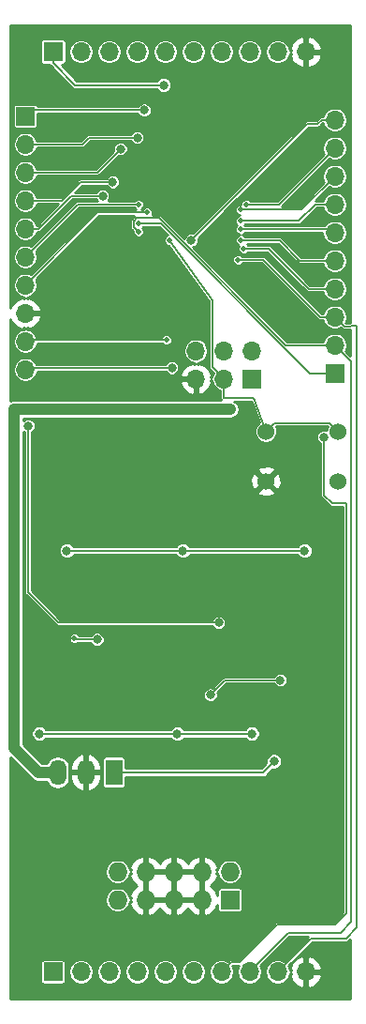
<source format=gbr>
G04 #@! TF.GenerationSoftware,KiCad,Pcbnew,5.0.2+dfsg1-1~bpo9+1*
G04 #@! TF.CreationDate,2019-05-23T15:08:07-07:00*
G04 #@! TF.ProjectId,HW,48572e6b-6963-4616-945f-706362585858,rev?*
G04 #@! TF.SameCoordinates,Original*
G04 #@! TF.FileFunction,Copper,L2,Bot*
G04 #@! TF.FilePolarity,Positive*
%FSLAX46Y46*%
G04 Gerber Fmt 4.6, Leading zero omitted, Abs format (unit mm)*
G04 Created by KiCad (PCBNEW 5.0.2+dfsg1-1~bpo9+1) date Thu 23 May 2019 03:08:07 PM PDT*
%MOMM*%
%LPD*%
G01*
G04 APERTURE LIST*
G04 #@! TA.AperFunction,ComponentPad*
%ADD10C,1.524000*%
G04 #@! TD*
G04 #@! TA.AperFunction,ComponentPad*
%ADD11O,1.700000X1.700000*%
G04 #@! TD*
G04 #@! TA.AperFunction,ComponentPad*
%ADD12R,1.700000X1.700000*%
G04 #@! TD*
G04 #@! TA.AperFunction,ComponentPad*
%ADD13R,1.500000X2.300000*%
G04 #@! TD*
G04 #@! TA.AperFunction,ComponentPad*
%ADD14O,1.500000X2.300000*%
G04 #@! TD*
G04 #@! TA.AperFunction,ComponentPad*
%ADD15R,1.727200X1.727200*%
G04 #@! TD*
G04 #@! TA.AperFunction,ComponentPad*
%ADD16O,1.727200X1.727200*%
G04 #@! TD*
G04 #@! TA.AperFunction,ViaPad*
%ADD17C,0.800000*%
G04 #@! TD*
G04 #@! TA.AperFunction,ViaPad*
%ADD18C,0.500000*%
G04 #@! TD*
G04 #@! TA.AperFunction,Conductor*
%ADD19C,1.000000*%
G04 #@! TD*
G04 #@! TA.AperFunction,Conductor*
%ADD20C,0.127000*%
G04 #@! TD*
G04 #@! TA.AperFunction,Conductor*
%ADD21C,0.200000*%
G04 #@! TD*
G04 #@! TA.AperFunction,Conductor*
%ADD22C,0.254000*%
G04 #@! TD*
G04 APERTURE END LIST*
D10*
G04 #@! TO.P,SW1,1*
G04 #@! TO.N,/MCU/nRST*
X134260000Y-97750000D03*
G04 #@! TO.P,SW1,2*
X140760000Y-97750000D03*
G04 #@! TO.P,SW1,3*
G04 #@! TO.N,GND*
X134260000Y-102250000D03*
G04 #@! TO.P,SW1,4*
G04 #@! TO.N,N/C*
X140760000Y-102250000D03*
G04 #@! TD*
D11*
G04 #@! TO.P,J1,10*
G04 #@! TO.N,GND*
X137860000Y-146500000D03*
G04 #@! TO.P,J1,9*
G04 #@! TO.N,/D2*
X135320000Y-146500000D03*
G04 #@! TO.P,J1,8*
G04 #@! TO.N,/D1*
X132780000Y-146500000D03*
G04 #@! TO.P,J1,7*
G04 #@! TO.N,/D0*
X130240000Y-146500000D03*
G04 #@! TO.P,J1,6*
G04 #@! TO.N,/AOUT2*
X127700000Y-146500000D03*
G04 #@! TO.P,J1,5*
G04 #@! TO.N,/AOUT1*
X125160000Y-146500000D03*
G04 #@! TO.P,J1,4*
G04 #@! TO.N,/AOUT0*
X122620000Y-146500000D03*
G04 #@! TO.P,J1,3*
G04 #@! TO.N,/AIN2*
X120080000Y-146500000D03*
G04 #@! TO.P,J1,2*
G04 #@! TO.N,/AIN1*
X117540000Y-146500000D03*
D12*
G04 #@! TO.P,J1,1*
G04 #@! TO.N,/AIN0*
X115000000Y-146500000D03*
G04 #@! TD*
G04 #@! TO.P,J4,1*
G04 #@! TO.N,+3V3*
X115000000Y-63500000D03*
D11*
G04 #@! TO.P,J4,2*
G04 #@! TO.N,/POT0*
X117540000Y-63500000D03*
G04 #@! TO.P,J4,3*
G04 #@! TO.N,/POT1*
X120080000Y-63500000D03*
G04 #@! TO.P,J4,4*
G04 #@! TO.N,/POT2*
X122620000Y-63500000D03*
G04 #@! TO.P,J4,5*
G04 #@! TO.N,/POT3*
X125160000Y-63500000D03*
G04 #@! TO.P,J4,6*
G04 #@! TO.N,Net-(J4-Pad6)*
X127700000Y-63500000D03*
G04 #@! TO.P,J4,7*
G04 #@! TO.N,/D3*
X130240000Y-63500000D03*
G04 #@! TO.P,J4,8*
G04 #@! TO.N,/D4*
X132780000Y-63500000D03*
G04 #@! TO.P,J4,9*
G04 #@! TO.N,/D5*
X135320000Y-63500000D03*
G04 #@! TO.P,J4,10*
G04 #@! TO.N,GND*
X137860000Y-63500000D03*
G04 #@! TD*
D12*
G04 #@! TO.P,J2,1*
G04 #@! TO.N,+3V3*
X133000000Y-93000000D03*
D11*
G04 #@! TO.P,J2,2*
G04 #@! TO.N,SWDIO*
X133000000Y-90460000D03*
G04 #@! TO.P,J2,3*
G04 #@! TO.N,/MCU/nRST*
X130460000Y-93000000D03*
G04 #@! TO.P,J2,4*
G04 #@! TO.N,SWCLK*
X130460000Y-90460000D03*
G04 #@! TO.P,J2,5*
G04 #@! TO.N,GND*
X127920000Y-93000000D03*
G04 #@! TO.P,J2,6*
G04 #@! TO.N,Net-(J2-Pad6)*
X127920000Y-90460000D03*
G04 #@! TD*
G04 #@! TO.P,J6,10*
G04 #@! TO.N,/MCU/USART1_RX*
X112500000Y-92160000D03*
G04 #@! TO.P,J6,9*
G04 #@! TO.N,/MCU/USART1_TX*
X112500000Y-89620000D03*
G04 #@! TO.P,J6,8*
G04 #@! TO.N,GND*
X112500000Y-87080000D03*
G04 #@! TO.P,J6,7*
G04 #@! TO.N,/MCU/DAC2*
X112500000Y-84540000D03*
G04 #@! TO.P,J6,6*
G04 #@! TO.N,Net-(J6-Pad6)*
X112500000Y-82000000D03*
G04 #@! TO.P,J6,5*
G04 #@! TO.N,/OUT_Cond/Vin*
X112500000Y-79460000D03*
G04 #@! TO.P,J6,4*
G04 #@! TO.N,/POT0*
X112500000Y-76920000D03*
G04 #@! TO.P,J6,3*
G04 #@! TO.N,/POT1*
X112500000Y-74380000D03*
G04 #@! TO.P,J6,2*
G04 #@! TO.N,/POT2*
X112500000Y-71840000D03*
D12*
G04 #@! TO.P,J6,1*
G04 #@! TO.N,/POT3*
X112500000Y-69300000D03*
G04 #@! TD*
G04 #@! TO.P,J5,1*
G04 #@! TO.N,/D0*
X140500000Y-92500000D03*
D11*
G04 #@! TO.P,J5,2*
G04 #@! TO.N,/D1*
X140500000Y-89960000D03*
G04 #@! TO.P,J5,3*
G04 #@! TO.N,/D2*
X140500000Y-87420000D03*
G04 #@! TO.P,J5,4*
G04 #@! TO.N,/D3*
X140500000Y-84880000D03*
G04 #@! TO.P,J5,5*
G04 #@! TO.N,/D4*
X140500000Y-82340000D03*
G04 #@! TO.P,J5,6*
G04 #@! TO.N,/D5*
X140500000Y-79800000D03*
G04 #@! TO.P,J5,7*
G04 #@! TO.N,Net-(J5-Pad7)*
X140500000Y-77260000D03*
G04 #@! TO.P,J5,8*
G04 #@! TO.N,Net-(J5-Pad8)*
X140500000Y-74720000D03*
G04 #@! TO.P,J5,9*
G04 #@! TO.N,Net-(J5-Pad9)*
X140500000Y-72180000D03*
G04 #@! TO.P,J5,10*
G04 #@! TO.N,Net-(J5-Pad10)*
X140500000Y-69640000D03*
G04 #@! TD*
D13*
G04 #@! TO.P,U3,1*
G04 #@! TO.N,+12V*
X120500000Y-128500000D03*
D14*
G04 #@! TO.P,U3,2*
G04 #@! TO.N,GND*
X117960000Y-128500000D03*
G04 #@! TO.P,U3,3*
G04 #@! TO.N,+3V3*
X115420000Y-128500000D03*
G04 #@! TD*
D15*
G04 #@! TO.P,J3,1*
G04 #@! TO.N,Net-(D2-Pad1)*
X131000000Y-140000000D03*
D16*
G04 #@! TO.P,J3,2*
X131000000Y-137460000D03*
G04 #@! TO.P,J3,3*
G04 #@! TO.N,GND*
X128460000Y-140000000D03*
G04 #@! TO.P,J3,4*
X128460000Y-137460000D03*
G04 #@! TO.P,J3,5*
X125920000Y-140000000D03*
G04 #@! TO.P,J3,6*
X125920000Y-137460000D03*
G04 #@! TO.P,J3,7*
X123380000Y-140000000D03*
G04 #@! TO.P,J3,8*
X123380000Y-137460000D03*
G04 #@! TO.P,J3,9*
G04 #@! TO.N,Net-(D1-Pad2)*
X120840000Y-140000000D03*
G04 #@! TO.P,J3,10*
X120840000Y-137460000D03*
G04 #@! TD*
D17*
G04 #@! TO.N,GND*
X122500000Y-80500000D03*
X121000000Y-70000000D03*
X121000000Y-74000000D03*
X126000000Y-69000000D03*
X126000000Y-71000000D03*
X125000000Y-77000000D03*
X123000000Y-76000000D03*
X118000000Y-81000000D03*
X119500000Y-79500000D03*
X119500000Y-107000000D03*
X116500000Y-102000000D03*
X113500000Y-110500000D03*
X120500000Y-109500000D03*
X127500000Y-104500000D03*
X134000000Y-111000000D03*
X140000000Y-112500000D03*
X135500000Y-123500000D03*
X127500000Y-119000000D03*
X123500000Y-120000000D03*
X126000000Y-127000000D03*
X125000000Y-132500000D03*
X139000000Y-129500000D03*
X129000000Y-135500000D03*
X122000000Y-135000000D03*
X117500000Y-142000000D03*
X139000000Y-140500000D03*
X115500000Y-132000000D03*
X116000000Y-123000000D03*
X113000000Y-120500000D03*
X136500000Y-87000000D03*
X137000000Y-73500000D03*
X132500000Y-72500000D03*
X128000000Y-77000000D03*
X124500000Y-80000000D03*
X129500000Y-111000000D03*
G04 #@! TO.N,+3V3*
X111500000Y-95750000D03*
X116250000Y-95750000D03*
X123000000Y-95750000D03*
X130750000Y-95750000D03*
X125000000Y-66500000D03*
G04 #@! TO.N,/POT0*
X120402000Y-75250000D03*
G04 #@! TO.N,/POT1*
X121127000Y-72250000D03*
G04 #@! TO.N,/POT2*
X122620000Y-71250000D03*
G04 #@! TO.N,/POT3*
X123250000Y-68750000D03*
G04 #@! TO.N,Net-(R18-Pad2)*
X135562500Y-120187500D03*
X129250000Y-121500000D03*
G04 #@! TO.N,/OUT_Cond/Vin*
X119500000Y-76500000D03*
X130000000Y-115000000D03*
X112750000Y-97250000D03*
G04 #@! TO.N,+1.65V*
X137750000Y-108500000D03*
X126750000Y-108500000D03*
X116250000Y-108500000D03*
D18*
G04 #@! TO.N,Net-(R7-Pad1)*
X116937500Y-116437500D03*
D17*
X119000000Y-116500000D03*
G04 #@! TO.N,-12V*
X133000000Y-125000000D03*
X113750000Y-125000000D03*
X126250000Y-125000000D03*
G04 #@! TO.N,+12V*
X135000000Y-127500000D03*
D18*
G04 #@! TO.N,/MCU/nRST*
X125500000Y-80500000D03*
G04 #@! TO.N,Net-(J6-Pad6)*
X122750000Y-77250000D03*
G04 #@! TO.N,/MCU/DAC2*
X123500000Y-78000000D03*
D17*
G04 #@! TO.N,Net-(J5-Pad10)*
X127500000Y-80500000D03*
D18*
G04 #@! TO.N,/MCU/USART1_TX*
X125250000Y-89500000D03*
D17*
G04 #@! TO.N,/MCU/USART1_RX*
X125750000Y-92000000D03*
D18*
G04 #@! TO.N,Net-(J5-Pad7)*
X132000000Y-78750000D03*
G04 #@! TO.N,Net-(J5-Pad8)*
X132000000Y-77750000D03*
G04 #@! TO.N,Net-(J5-Pad9)*
X132500000Y-77250000D03*
G04 #@! TO.N,/D0*
X122750000Y-79000000D03*
D17*
X139500000Y-98250000D03*
D18*
G04 #@! TO.N,/D1*
X122750000Y-79750000D03*
G04 #@! TO.N,/D2*
X131750000Y-82250000D03*
G04 #@! TO.N,/D3*
X132250000Y-81250000D03*
G04 #@! TO.N,/D4*
X132000000Y-80500000D03*
G04 #@! TO.N,/D5*
X132000000Y-79500000D03*
G04 #@! TD*
D19*
G04 #@! TO.N,+3V3*
X113670000Y-128500000D02*
X111500000Y-126330000D01*
X115420000Y-128500000D02*
X113670000Y-128500000D01*
X111500000Y-126330000D02*
X111500000Y-95750000D01*
X111500000Y-95750000D02*
X111500000Y-95750000D01*
X111500000Y-95750000D02*
X116250000Y-95750000D01*
X116250000Y-95750000D02*
X123750000Y-95750000D01*
X123750000Y-95750000D02*
X130750000Y-95750000D01*
X130750000Y-95750000D02*
X131000000Y-95750000D01*
D20*
X124434315Y-66500000D02*
X125000000Y-66500000D01*
X117023000Y-66500000D02*
X124434315Y-66500000D01*
X115000000Y-64477000D02*
X117023000Y-66500000D01*
X115000000Y-63500000D02*
X115000000Y-64477000D01*
G04 #@! TO.N,/POT0*
X120402000Y-75250000D02*
X117500000Y-75250000D01*
X115830000Y-76920000D02*
X112500000Y-76920000D01*
X117500000Y-75250000D02*
X115830000Y-76920000D01*
G04 #@! TO.N,/POT1*
X118997000Y-74380000D02*
X112500000Y-74380000D01*
X121127000Y-72250000D02*
X118997000Y-74380000D01*
G04 #@! TO.N,/POT2*
X122620000Y-71250000D02*
X118250000Y-71250000D01*
X117660000Y-71840000D02*
X112500000Y-71840000D01*
X118250000Y-71250000D02*
X117660000Y-71840000D01*
G04 #@! TO.N,/POT3*
X113050000Y-68750000D02*
X112500000Y-69300000D01*
X123250000Y-68750000D02*
X113050000Y-68750000D01*
G04 #@! TO.N,Net-(R18-Pad2)*
X135562500Y-120187500D02*
X130562500Y-120187500D01*
X130562500Y-120187500D02*
X129250000Y-121500000D01*
X129250000Y-121500000D02*
X129250000Y-121500000D01*
G04 #@! TO.N,/OUT_Cond/Vin*
X113702081Y-79460000D02*
X116662081Y-76500000D01*
X112500000Y-79460000D02*
X113702081Y-79460000D01*
X116662081Y-76500000D02*
X119500000Y-76500000D01*
X119500000Y-76500000D02*
X119500000Y-76500000D01*
X130000000Y-115000000D02*
X130000000Y-115000000D01*
X130000000Y-115000000D02*
X115500000Y-115000000D01*
X115500000Y-115000000D02*
X112750000Y-112250000D01*
X112750000Y-112250000D02*
X112750000Y-97250000D01*
X112750000Y-97250000D02*
X112750000Y-97250000D01*
G04 #@! TO.N,+1.65V*
X137750000Y-108500000D02*
X126750000Y-108500000D01*
X126750000Y-108500000D02*
X126750000Y-108500000D01*
X126750000Y-108500000D02*
X116250000Y-108500000D01*
X116250000Y-108500000D02*
X116250000Y-108500000D01*
G04 #@! TO.N,Net-(R7-Pad1)*
X117000000Y-116500000D02*
X116937500Y-116437500D01*
X119000000Y-116500000D02*
X117000000Y-116500000D01*
D21*
G04 #@! TO.N,-12V*
X133000000Y-125000000D02*
X126250000Y-125000000D01*
X113750000Y-125000000D02*
X113750000Y-125000000D01*
X126250000Y-125000000D02*
X113750000Y-125000000D01*
G04 #@! TO.N,+12V*
X135000000Y-127500000D02*
X135000000Y-127500000D01*
X135000000Y-127500000D02*
X134000000Y-128500000D01*
X134000000Y-128500000D02*
X120500000Y-128500000D01*
D20*
G04 #@! TO.N,/MCU/nRST*
X129419499Y-91959499D02*
X130460000Y-93000000D01*
X125500000Y-80500000D02*
X129419499Y-85919499D01*
X129419499Y-85919499D02*
X129419499Y-91959499D01*
X133170000Y-94710000D02*
X134260000Y-97750000D01*
X130460000Y-94710000D02*
X133170000Y-94710000D01*
X130460000Y-93000000D02*
X130460000Y-94710000D01*
X139998001Y-96988001D02*
X140760000Y-97750000D01*
X135021999Y-96988001D02*
X139998001Y-96988001D01*
X134260000Y-97750000D02*
X135021999Y-96988001D01*
G04 #@! TO.N,Net-(J6-Pad6)*
X122750000Y-77250000D02*
X122750000Y-77250000D01*
X117250000Y-77250000D02*
X122750000Y-77250000D01*
X112500000Y-82000000D02*
X117250000Y-77250000D01*
G04 #@! TO.N,/MCU/DAC2*
X123500000Y-78000000D02*
X119040000Y-78000000D01*
X118790000Y-78250000D02*
X112500000Y-84540000D01*
X119040000Y-78000000D02*
X118790000Y-78250000D01*
G04 #@! TO.N,Net-(J5-Pad10)*
X139297919Y-69640000D02*
X138937919Y-70000000D01*
X140500000Y-69640000D02*
X139297919Y-69640000D01*
X138937919Y-70000000D02*
X138000000Y-70000000D01*
X138000000Y-70000000D02*
X127500000Y-80500000D01*
X127500000Y-80500000D02*
X127500000Y-80500000D01*
G04 #@! TO.N,/MCU/USART1_TX*
X112620000Y-89500000D02*
X112500000Y-89620000D01*
X125250000Y-89500000D02*
X112620000Y-89500000D01*
G04 #@! TO.N,/MCU/USART1_RX*
X112660000Y-92000000D02*
X112500000Y-92160000D01*
X125750000Y-92000000D02*
X112660000Y-92000000D01*
G04 #@! TO.N,Net-(J5-Pad7)*
X132000000Y-78750000D02*
X137250000Y-78750000D01*
X138740000Y-77260000D02*
X140500000Y-77260000D01*
X137250000Y-78750000D02*
X138740000Y-77260000D01*
G04 #@! TO.N,Net-(J5-Pad8)*
X137470000Y-77750000D02*
X140500000Y-74720000D01*
X132000000Y-77750000D02*
X137470000Y-77750000D01*
G04 #@! TO.N,Net-(J5-Pad9)*
X136000000Y-76680000D02*
X140500000Y-72180000D01*
X135430000Y-77250000D02*
X136000000Y-76680000D01*
X132500000Y-77250000D02*
X135430000Y-77250000D01*
G04 #@! TO.N,/D0*
X122750000Y-79000000D02*
X124750000Y-79000000D01*
X138250000Y-92500000D02*
X140500000Y-92500000D01*
X124750000Y-79000000D02*
X138250000Y-92500000D01*
X139500000Y-98250000D02*
X139500000Y-98250000D01*
X140250000Y-104250000D02*
X139500000Y-103500000D01*
X141500000Y-104250000D02*
X140250000Y-104250000D01*
X141500000Y-141250000D02*
X141500000Y-104250000D01*
X140500000Y-142250000D02*
X141500000Y-141250000D01*
X139500000Y-103500000D02*
X139500000Y-102250000D01*
X130240000Y-146500000D02*
X131089999Y-145650001D01*
X131089999Y-145650001D02*
X131849999Y-145650001D01*
X131849999Y-145650001D02*
X135250000Y-142250000D01*
X139500000Y-102250000D02*
X139500000Y-98250000D01*
X135250000Y-142250000D02*
X140500000Y-142250000D01*
G04 #@! TO.N,/D1*
X122309499Y-78788559D02*
X122598058Y-78500000D01*
X122309499Y-79309499D02*
X122309499Y-78788559D01*
X122750000Y-79750000D02*
X122309499Y-79309499D01*
X136069224Y-89960000D02*
X139297919Y-89960000D01*
X139297919Y-89960000D02*
X140500000Y-89960000D01*
X124609224Y-78500000D02*
X136069224Y-89960000D01*
X122598058Y-78500000D02*
X124609224Y-78500000D01*
X142000000Y-91460000D02*
X140500000Y-89960000D01*
X132780000Y-146500000D02*
X136280000Y-143000000D01*
X136280000Y-143000000D02*
X141000000Y-143000000D01*
X141000000Y-143000000D02*
X142000000Y-142000000D01*
X142000000Y-142000000D02*
X142000000Y-91460000D01*
G04 #@! TO.N,/D2*
X131750000Y-82250000D02*
X134000000Y-82250000D01*
X139170000Y-87420000D02*
X140500000Y-87420000D01*
X134000000Y-82250000D02*
X139170000Y-87420000D01*
X142500000Y-88250000D02*
X141349999Y-88269999D01*
X135320000Y-146500000D02*
X138320000Y-143500000D01*
X142500000Y-142500000D02*
X142500000Y-88250000D01*
X141349999Y-88269999D02*
X140500000Y-87420000D01*
X138320000Y-143500000D02*
X141250000Y-143500000D01*
X141250000Y-143500000D02*
X141500000Y-143500000D01*
X141500000Y-143500000D02*
X142500000Y-142500000D01*
G04 #@! TO.N,/D3*
X132250000Y-81250000D02*
X134500000Y-81250000D01*
X138130000Y-84880000D02*
X140500000Y-84880000D01*
X134500000Y-81250000D02*
X138130000Y-84880000D01*
G04 #@! TO.N,/D4*
X132000000Y-80500000D02*
X135500000Y-80500000D01*
X137340000Y-82340000D02*
X140500000Y-82340000D01*
X135500000Y-80500000D02*
X137340000Y-82340000D01*
G04 #@! TO.N,/D5*
X140200000Y-79500000D02*
X140500000Y-79800000D01*
X132000000Y-79500000D02*
X140200000Y-79500000D01*
G04 #@! TD*
D22*
G04 #@! TO.N,GND*
G36*
X133632512Y-96940646D02*
X133398676Y-97174482D01*
X133244000Y-97547905D01*
X133244000Y-97952095D01*
X133398676Y-98325518D01*
X133684482Y-98611324D01*
X134057905Y-98766000D01*
X134462095Y-98766000D01*
X134835518Y-98611324D01*
X135121324Y-98325518D01*
X135276000Y-97952095D01*
X135276000Y-97547905D01*
X135175594Y-97305501D01*
X139844406Y-97305501D01*
X139744000Y-97547905D01*
X139744000Y-97643183D01*
X139630089Y-97596000D01*
X139369911Y-97596000D01*
X139129539Y-97695565D01*
X138945565Y-97879539D01*
X138846000Y-98119911D01*
X138846000Y-98380089D01*
X138945565Y-98620461D01*
X139129539Y-98804435D01*
X139182501Y-98826372D01*
X139182500Y-102281269D01*
X139182501Y-102281274D01*
X139182500Y-103468731D01*
X139176280Y-103500000D01*
X139182500Y-103531268D01*
X139182500Y-103531269D01*
X139200922Y-103623881D01*
X139271095Y-103728905D01*
X139297608Y-103746620D01*
X140003381Y-104452394D01*
X140021095Y-104478905D01*
X140126118Y-104549078D01*
X140218730Y-104567500D01*
X140218731Y-104567500D01*
X140249999Y-104573720D01*
X140281268Y-104567500D01*
X141182501Y-104567500D01*
X141182500Y-141118488D01*
X140368488Y-141932500D01*
X135281270Y-141932500D01*
X135250000Y-141926280D01*
X135218730Y-141932500D01*
X135126118Y-141950922D01*
X135021095Y-142021095D01*
X135003380Y-142047608D01*
X131718487Y-145332501D01*
X131121267Y-145332501D01*
X131089998Y-145326281D01*
X131058730Y-145332501D01*
X131058729Y-145332501D01*
X130966117Y-145350923D01*
X130861094Y-145421096D01*
X130843381Y-145447606D01*
X130766776Y-145524211D01*
X130670759Y-145460055D01*
X130348732Y-145396000D01*
X130131268Y-145396000D01*
X129809241Y-145460055D01*
X129444061Y-145704061D01*
X129200055Y-146069241D01*
X129114372Y-146500000D01*
X129200055Y-146930759D01*
X129444061Y-147295939D01*
X129809241Y-147539945D01*
X130131268Y-147604000D01*
X130348732Y-147604000D01*
X130670759Y-147539945D01*
X131035939Y-147295939D01*
X131279945Y-146930759D01*
X131365628Y-146500000D01*
X131279945Y-146069241D01*
X131215789Y-145973224D01*
X131221512Y-145967501D01*
X131808036Y-145967501D01*
X131740055Y-146069241D01*
X131654372Y-146500000D01*
X131740055Y-146930759D01*
X131984061Y-147295939D01*
X132349241Y-147539945D01*
X132671268Y-147604000D01*
X132888732Y-147604000D01*
X133210759Y-147539945D01*
X133575939Y-147295939D01*
X133819945Y-146930759D01*
X133905628Y-146500000D01*
X133819945Y-146069241D01*
X133755788Y-145973224D01*
X136411513Y-143317500D01*
X138053488Y-143317500D01*
X135846776Y-145524212D01*
X135750759Y-145460055D01*
X135428732Y-145396000D01*
X135211268Y-145396000D01*
X134889241Y-145460055D01*
X134524061Y-145704061D01*
X134280055Y-146069241D01*
X134194372Y-146500000D01*
X134280055Y-146930759D01*
X134524061Y-147295939D01*
X134889241Y-147539945D01*
X135211268Y-147604000D01*
X135428732Y-147604000D01*
X135750759Y-147539945D01*
X136115939Y-147295939D01*
X136359945Y-146930759D01*
X136420366Y-146627002D01*
X136539180Y-146627002D01*
X136418514Y-146856892D01*
X136664817Y-147381358D01*
X137093076Y-147771645D01*
X137503110Y-147941476D01*
X137733000Y-147820155D01*
X137733000Y-146627000D01*
X137987000Y-146627000D01*
X137987000Y-147820155D01*
X138216890Y-147941476D01*
X138626924Y-147771645D01*
X139055183Y-147381358D01*
X139301486Y-146856892D01*
X139180819Y-146627000D01*
X137987000Y-146627000D01*
X137733000Y-146627000D01*
X137713000Y-146627000D01*
X137713000Y-146373000D01*
X137733000Y-146373000D01*
X137733000Y-145179845D01*
X137987000Y-145179845D01*
X137987000Y-146373000D01*
X139180819Y-146373000D01*
X139301486Y-146143108D01*
X139055183Y-145618642D01*
X138626924Y-145228355D01*
X138216890Y-145058524D01*
X137987000Y-145179845D01*
X137733000Y-145179845D01*
X137503110Y-145058524D01*
X137093076Y-145228355D01*
X136664817Y-145618642D01*
X136418514Y-146143108D01*
X136539180Y-146372998D01*
X136420366Y-146372998D01*
X136359945Y-146069241D01*
X136295788Y-145973224D01*
X138451512Y-143817500D01*
X141468732Y-143817500D01*
X141500000Y-143823720D01*
X141531268Y-143817500D01*
X141531270Y-143817500D01*
X141623882Y-143799078D01*
X141728905Y-143728905D01*
X141746620Y-143702392D01*
X141873000Y-143576012D01*
X141873000Y-148873000D01*
X111127000Y-148873000D01*
X111127000Y-145650000D01*
X113891024Y-145650000D01*
X113891024Y-147350000D01*
X113910737Y-147449106D01*
X113966876Y-147533124D01*
X114050894Y-147589263D01*
X114150000Y-147608976D01*
X115850000Y-147608976D01*
X115949106Y-147589263D01*
X116033124Y-147533124D01*
X116089263Y-147449106D01*
X116108976Y-147350000D01*
X116108976Y-146500000D01*
X116414372Y-146500000D01*
X116500055Y-146930759D01*
X116744061Y-147295939D01*
X117109241Y-147539945D01*
X117431268Y-147604000D01*
X117648732Y-147604000D01*
X117970759Y-147539945D01*
X118335939Y-147295939D01*
X118579945Y-146930759D01*
X118665628Y-146500000D01*
X118954372Y-146500000D01*
X119040055Y-146930759D01*
X119284061Y-147295939D01*
X119649241Y-147539945D01*
X119971268Y-147604000D01*
X120188732Y-147604000D01*
X120510759Y-147539945D01*
X120875939Y-147295939D01*
X121119945Y-146930759D01*
X121205628Y-146500000D01*
X121494372Y-146500000D01*
X121580055Y-146930759D01*
X121824061Y-147295939D01*
X122189241Y-147539945D01*
X122511268Y-147604000D01*
X122728732Y-147604000D01*
X123050759Y-147539945D01*
X123415939Y-147295939D01*
X123659945Y-146930759D01*
X123745628Y-146500000D01*
X124034372Y-146500000D01*
X124120055Y-146930759D01*
X124364061Y-147295939D01*
X124729241Y-147539945D01*
X125051268Y-147604000D01*
X125268732Y-147604000D01*
X125590759Y-147539945D01*
X125955939Y-147295939D01*
X126199945Y-146930759D01*
X126285628Y-146500000D01*
X126574372Y-146500000D01*
X126660055Y-146930759D01*
X126904061Y-147295939D01*
X127269241Y-147539945D01*
X127591268Y-147604000D01*
X127808732Y-147604000D01*
X128130759Y-147539945D01*
X128495939Y-147295939D01*
X128739945Y-146930759D01*
X128825628Y-146500000D01*
X128739945Y-146069241D01*
X128495939Y-145704061D01*
X128130759Y-145460055D01*
X127808732Y-145396000D01*
X127591268Y-145396000D01*
X127269241Y-145460055D01*
X126904061Y-145704061D01*
X126660055Y-146069241D01*
X126574372Y-146500000D01*
X126285628Y-146500000D01*
X126199945Y-146069241D01*
X125955939Y-145704061D01*
X125590759Y-145460055D01*
X125268732Y-145396000D01*
X125051268Y-145396000D01*
X124729241Y-145460055D01*
X124364061Y-145704061D01*
X124120055Y-146069241D01*
X124034372Y-146500000D01*
X123745628Y-146500000D01*
X123659945Y-146069241D01*
X123415939Y-145704061D01*
X123050759Y-145460055D01*
X122728732Y-145396000D01*
X122511268Y-145396000D01*
X122189241Y-145460055D01*
X121824061Y-145704061D01*
X121580055Y-146069241D01*
X121494372Y-146500000D01*
X121205628Y-146500000D01*
X121119945Y-146069241D01*
X120875939Y-145704061D01*
X120510759Y-145460055D01*
X120188732Y-145396000D01*
X119971268Y-145396000D01*
X119649241Y-145460055D01*
X119284061Y-145704061D01*
X119040055Y-146069241D01*
X118954372Y-146500000D01*
X118665628Y-146500000D01*
X118579945Y-146069241D01*
X118335939Y-145704061D01*
X117970759Y-145460055D01*
X117648732Y-145396000D01*
X117431268Y-145396000D01*
X117109241Y-145460055D01*
X116744061Y-145704061D01*
X116500055Y-146069241D01*
X116414372Y-146500000D01*
X116108976Y-146500000D01*
X116108976Y-145650000D01*
X116089263Y-145550894D01*
X116033124Y-145466876D01*
X115949106Y-145410737D01*
X115850000Y-145391024D01*
X114150000Y-145391024D01*
X114050894Y-145410737D01*
X113966876Y-145466876D01*
X113910737Y-145550894D01*
X113891024Y-145650000D01*
X111127000Y-145650000D01*
X111127000Y-137460000D01*
X119700505Y-137460000D01*
X119787244Y-137896066D01*
X120034255Y-138265745D01*
X120403934Y-138512756D01*
X120729927Y-138577600D01*
X120950073Y-138577600D01*
X121276066Y-138512756D01*
X121645745Y-138265745D01*
X121892756Y-137896066D01*
X121954233Y-137587002D01*
X122045530Y-137587002D01*
X121925032Y-137819027D01*
X122173179Y-138348490D01*
X122591152Y-138730000D01*
X122173179Y-139111510D01*
X121925032Y-139640973D01*
X122045530Y-139872998D01*
X121954233Y-139872998D01*
X121892756Y-139563934D01*
X121645745Y-139194255D01*
X121276066Y-138947244D01*
X120950073Y-138882400D01*
X120729927Y-138882400D01*
X120403934Y-138947244D01*
X120034255Y-139194255D01*
X119787244Y-139563934D01*
X119700505Y-140000000D01*
X119787244Y-140436066D01*
X120034255Y-140805745D01*
X120403934Y-141052756D01*
X120729927Y-141117600D01*
X120950073Y-141117600D01*
X121276066Y-141052756D01*
X121645745Y-140805745D01*
X121892756Y-140436066D01*
X121954233Y-140127002D01*
X122045530Y-140127002D01*
X121925032Y-140359027D01*
X122173179Y-140888490D01*
X122605053Y-141282688D01*
X123020974Y-141454958D01*
X123253000Y-141333817D01*
X123253000Y-140127000D01*
X123507000Y-140127000D01*
X123507000Y-141333817D01*
X123739026Y-141454958D01*
X124154947Y-141282688D01*
X124586821Y-140888490D01*
X124650000Y-140753687D01*
X124713179Y-140888490D01*
X125145053Y-141282688D01*
X125560974Y-141454958D01*
X125793000Y-141333817D01*
X125793000Y-140127000D01*
X126047000Y-140127000D01*
X126047000Y-141333817D01*
X126279026Y-141454958D01*
X126694947Y-141282688D01*
X127126821Y-140888490D01*
X127190000Y-140753687D01*
X127253179Y-140888490D01*
X127685053Y-141282688D01*
X128100974Y-141454958D01*
X128333000Y-141333817D01*
X128333000Y-140127000D01*
X126047000Y-140127000D01*
X125793000Y-140127000D01*
X123507000Y-140127000D01*
X123253000Y-140127000D01*
X123233000Y-140127000D01*
X123233000Y-139873000D01*
X123253000Y-139873000D01*
X123253000Y-137587000D01*
X123507000Y-137587000D01*
X123507000Y-139873000D01*
X125793000Y-139873000D01*
X125793000Y-137587000D01*
X126047000Y-137587000D01*
X126047000Y-139873000D01*
X128333000Y-139873000D01*
X128333000Y-137587000D01*
X126047000Y-137587000D01*
X125793000Y-137587000D01*
X123507000Y-137587000D01*
X123253000Y-137587000D01*
X123233000Y-137587000D01*
X123233000Y-137333000D01*
X123253000Y-137333000D01*
X123253000Y-136126183D01*
X123507000Y-136126183D01*
X123507000Y-137333000D01*
X125793000Y-137333000D01*
X125793000Y-136126183D01*
X126047000Y-136126183D01*
X126047000Y-137333000D01*
X128333000Y-137333000D01*
X128333000Y-136126183D01*
X128587000Y-136126183D01*
X128587000Y-137333000D01*
X128607000Y-137333000D01*
X128607000Y-137587000D01*
X128587000Y-137587000D01*
X128587000Y-139873000D01*
X128607000Y-139873000D01*
X128607000Y-140127000D01*
X128587000Y-140127000D01*
X128587000Y-141333817D01*
X128819026Y-141454958D01*
X129234947Y-141282688D01*
X129666821Y-140888490D01*
X129877424Y-140439133D01*
X129877424Y-140863600D01*
X129897137Y-140962706D01*
X129953276Y-141046724D01*
X130037294Y-141102863D01*
X130136400Y-141122576D01*
X131863600Y-141122576D01*
X131962706Y-141102863D01*
X132046724Y-141046724D01*
X132102863Y-140962706D01*
X132122576Y-140863600D01*
X132122576Y-139136400D01*
X132102863Y-139037294D01*
X132046724Y-138953276D01*
X131962706Y-138897137D01*
X131863600Y-138877424D01*
X130136400Y-138877424D01*
X130037294Y-138897137D01*
X129953276Y-138953276D01*
X129897137Y-139037294D01*
X129877424Y-139136400D01*
X129877424Y-139560867D01*
X129666821Y-139111510D01*
X129248848Y-138730000D01*
X129666821Y-138348490D01*
X129914968Y-137819027D01*
X129794470Y-137587002D01*
X129885767Y-137587002D01*
X129947244Y-137896066D01*
X130194255Y-138265745D01*
X130563934Y-138512756D01*
X130889927Y-138577600D01*
X131110073Y-138577600D01*
X131436066Y-138512756D01*
X131805745Y-138265745D01*
X132052756Y-137896066D01*
X132139495Y-137460000D01*
X132052756Y-137023934D01*
X131805745Y-136654255D01*
X131436066Y-136407244D01*
X131110073Y-136342400D01*
X130889927Y-136342400D01*
X130563934Y-136407244D01*
X130194255Y-136654255D01*
X129947244Y-137023934D01*
X129885767Y-137332998D01*
X129794470Y-137332998D01*
X129914968Y-137100973D01*
X129666821Y-136571510D01*
X129234947Y-136177312D01*
X128819026Y-136005042D01*
X128587000Y-136126183D01*
X128333000Y-136126183D01*
X128100974Y-136005042D01*
X127685053Y-136177312D01*
X127253179Y-136571510D01*
X127190000Y-136706313D01*
X127126821Y-136571510D01*
X126694947Y-136177312D01*
X126279026Y-136005042D01*
X126047000Y-136126183D01*
X125793000Y-136126183D01*
X125560974Y-136005042D01*
X125145053Y-136177312D01*
X124713179Y-136571510D01*
X124650000Y-136706313D01*
X124586821Y-136571510D01*
X124154947Y-136177312D01*
X123739026Y-136005042D01*
X123507000Y-136126183D01*
X123253000Y-136126183D01*
X123020974Y-136005042D01*
X122605053Y-136177312D01*
X122173179Y-136571510D01*
X121925032Y-137100973D01*
X122045530Y-137332998D01*
X121954233Y-137332998D01*
X121892756Y-137023934D01*
X121645745Y-136654255D01*
X121276066Y-136407244D01*
X120950073Y-136342400D01*
X120729927Y-136342400D01*
X120403934Y-136407244D01*
X120034255Y-136654255D01*
X119787244Y-137023934D01*
X119700505Y-137460000D01*
X111127000Y-137460000D01*
X111127000Y-127126553D01*
X113027632Y-129027186D01*
X113073767Y-129096233D01*
X113347321Y-129279016D01*
X113588552Y-129327000D01*
X113588556Y-129327000D01*
X113669999Y-129343200D01*
X113751442Y-129327000D01*
X114410017Y-129327000D01*
X114643527Y-129676473D01*
X114999776Y-129914511D01*
X115420000Y-129998099D01*
X115840223Y-129914511D01*
X116196473Y-129676473D01*
X116434511Y-129320224D01*
X116497000Y-129006072D01*
X116497000Y-128627000D01*
X116575000Y-128627000D01*
X116575000Y-129027000D01*
X116729028Y-129547349D01*
X117070460Y-129969145D01*
X117547316Y-130228173D01*
X117618815Y-130242318D01*
X117833000Y-130119656D01*
X117833000Y-128627000D01*
X118087000Y-128627000D01*
X118087000Y-130119656D01*
X118301185Y-130242318D01*
X118372684Y-130228173D01*
X118849540Y-129969145D01*
X119190972Y-129547349D01*
X119345000Y-129027000D01*
X119345000Y-128627000D01*
X118087000Y-128627000D01*
X117833000Y-128627000D01*
X116575000Y-128627000D01*
X116497000Y-128627000D01*
X116497000Y-127993929D01*
X116492837Y-127973000D01*
X116575000Y-127973000D01*
X116575000Y-128373000D01*
X117833000Y-128373000D01*
X117833000Y-126880344D01*
X118087000Y-126880344D01*
X118087000Y-128373000D01*
X119345000Y-128373000D01*
X119345000Y-127973000D01*
X119190972Y-127452651D01*
X119107879Y-127350000D01*
X119416594Y-127350000D01*
X119416594Y-129650000D01*
X119441973Y-129777589D01*
X119514246Y-129885754D01*
X119622411Y-129958027D01*
X119750000Y-129983406D01*
X121250000Y-129983406D01*
X121377589Y-129958027D01*
X121485754Y-129885754D01*
X121558027Y-129777589D01*
X121583406Y-129650000D01*
X121583406Y-128927000D01*
X133957947Y-128927000D01*
X134000000Y-128935365D01*
X134042053Y-128927000D01*
X134042054Y-128927000D01*
X134166607Y-128902225D01*
X134307850Y-128807850D01*
X134331675Y-128772193D01*
X134876869Y-128227000D01*
X135144609Y-128227000D01*
X135411813Y-128116321D01*
X135616321Y-127911813D01*
X135727000Y-127644609D01*
X135727000Y-127355391D01*
X135616321Y-127088187D01*
X135411813Y-126883679D01*
X135144609Y-126773000D01*
X134855391Y-126773000D01*
X134588187Y-126883679D01*
X134383679Y-127088187D01*
X134273000Y-127355391D01*
X134273000Y-127623131D01*
X133823132Y-128073000D01*
X121583406Y-128073000D01*
X121583406Y-127350000D01*
X121558027Y-127222411D01*
X121485754Y-127114246D01*
X121377589Y-127041973D01*
X121250000Y-127016594D01*
X119750000Y-127016594D01*
X119622411Y-127041973D01*
X119514246Y-127114246D01*
X119441973Y-127222411D01*
X119416594Y-127350000D01*
X119107879Y-127350000D01*
X118849540Y-127030855D01*
X118372684Y-126771827D01*
X118301185Y-126757682D01*
X118087000Y-126880344D01*
X117833000Y-126880344D01*
X117618815Y-126757682D01*
X117547316Y-126771827D01*
X117070460Y-127030855D01*
X116729028Y-127452651D01*
X116575000Y-127973000D01*
X116492837Y-127973000D01*
X116434511Y-127679776D01*
X116196473Y-127323527D01*
X115840224Y-127085489D01*
X115420000Y-127001901D01*
X114999777Y-127085489D01*
X114643528Y-127323527D01*
X114410018Y-127673000D01*
X114012555Y-127673000D01*
X112327000Y-125987447D01*
X112327000Y-124855391D01*
X113023000Y-124855391D01*
X113023000Y-125144609D01*
X113133679Y-125411813D01*
X113338187Y-125616321D01*
X113605391Y-125727000D01*
X113894609Y-125727000D01*
X114161813Y-125616321D01*
X114351134Y-125427000D01*
X125648866Y-125427000D01*
X125838187Y-125616321D01*
X126105391Y-125727000D01*
X126394609Y-125727000D01*
X126661813Y-125616321D01*
X126851134Y-125427000D01*
X132398866Y-125427000D01*
X132588187Y-125616321D01*
X132855391Y-125727000D01*
X133144609Y-125727000D01*
X133411813Y-125616321D01*
X133616321Y-125411813D01*
X133727000Y-125144609D01*
X133727000Y-124855391D01*
X133616321Y-124588187D01*
X133411813Y-124383679D01*
X133144609Y-124273000D01*
X132855391Y-124273000D01*
X132588187Y-124383679D01*
X132398866Y-124573000D01*
X126851134Y-124573000D01*
X126661813Y-124383679D01*
X126394609Y-124273000D01*
X126105391Y-124273000D01*
X125838187Y-124383679D01*
X125648866Y-124573000D01*
X114351134Y-124573000D01*
X114161813Y-124383679D01*
X113894609Y-124273000D01*
X113605391Y-124273000D01*
X113338187Y-124383679D01*
X113133679Y-124588187D01*
X113023000Y-124855391D01*
X112327000Y-124855391D01*
X112327000Y-121369911D01*
X128596000Y-121369911D01*
X128596000Y-121630089D01*
X128695565Y-121870461D01*
X128879539Y-122054435D01*
X129119911Y-122154000D01*
X129380089Y-122154000D01*
X129620461Y-122054435D01*
X129804435Y-121870461D01*
X129904000Y-121630089D01*
X129904000Y-121369911D01*
X129882063Y-121316950D01*
X130694013Y-120505000D01*
X134986128Y-120505000D01*
X135008065Y-120557961D01*
X135192039Y-120741935D01*
X135432411Y-120841500D01*
X135692589Y-120841500D01*
X135932961Y-120741935D01*
X136116935Y-120557961D01*
X136216500Y-120317589D01*
X136216500Y-120057411D01*
X136116935Y-119817039D01*
X135932961Y-119633065D01*
X135692589Y-119533500D01*
X135432411Y-119533500D01*
X135192039Y-119633065D01*
X135008065Y-119817039D01*
X134986128Y-119870000D01*
X130593768Y-119870000D01*
X130562499Y-119863780D01*
X130531231Y-119870000D01*
X130531230Y-119870000D01*
X130438618Y-119888422D01*
X130333595Y-119958595D01*
X130315882Y-119985105D01*
X129433050Y-120867937D01*
X129380089Y-120846000D01*
X129119911Y-120846000D01*
X128879539Y-120945565D01*
X128695565Y-121129539D01*
X128596000Y-121369911D01*
X112327000Y-121369911D01*
X112327000Y-116337248D01*
X116433500Y-116337248D01*
X116433500Y-116537752D01*
X116510229Y-116722993D01*
X116652007Y-116864771D01*
X116837248Y-116941500D01*
X117037752Y-116941500D01*
X117222993Y-116864771D01*
X117270264Y-116817500D01*
X118423628Y-116817500D01*
X118445565Y-116870461D01*
X118629539Y-117054435D01*
X118869911Y-117154000D01*
X119130089Y-117154000D01*
X119370461Y-117054435D01*
X119554435Y-116870461D01*
X119654000Y-116630089D01*
X119654000Y-116369911D01*
X119554435Y-116129539D01*
X119370461Y-115945565D01*
X119130089Y-115846000D01*
X118869911Y-115846000D01*
X118629539Y-115945565D01*
X118445565Y-116129539D01*
X118423628Y-116182500D01*
X117377402Y-116182500D01*
X117364771Y-116152007D01*
X117222993Y-116010229D01*
X117037752Y-115933500D01*
X116837248Y-115933500D01*
X116652007Y-116010229D01*
X116510229Y-116152007D01*
X116433500Y-116337248D01*
X112327000Y-116337248D01*
X112327000Y-97751896D01*
X112379539Y-97804435D01*
X112432501Y-97826372D01*
X112432500Y-112218732D01*
X112426280Y-112250000D01*
X112432500Y-112281268D01*
X112432500Y-112281269D01*
X112450922Y-112373881D01*
X112521095Y-112478905D01*
X112547608Y-112496620D01*
X115253382Y-115202395D01*
X115271095Y-115228905D01*
X115376118Y-115299078D01*
X115468730Y-115317500D01*
X115468731Y-115317500D01*
X115499999Y-115323720D01*
X115531268Y-115317500D01*
X129423628Y-115317500D01*
X129445565Y-115370461D01*
X129629539Y-115554435D01*
X129869911Y-115654000D01*
X130130089Y-115654000D01*
X130370461Y-115554435D01*
X130554435Y-115370461D01*
X130654000Y-115130089D01*
X130654000Y-114869911D01*
X130554435Y-114629539D01*
X130370461Y-114445565D01*
X130130089Y-114346000D01*
X129869911Y-114346000D01*
X129629539Y-114445565D01*
X129445565Y-114629539D01*
X129423628Y-114682500D01*
X115631513Y-114682500D01*
X113067500Y-112118488D01*
X113067500Y-108355391D01*
X115523000Y-108355391D01*
X115523000Y-108644609D01*
X115633679Y-108911813D01*
X115838187Y-109116321D01*
X116105391Y-109227000D01*
X116394609Y-109227000D01*
X116661813Y-109116321D01*
X116866321Y-108911813D01*
X116875149Y-108890500D01*
X126124851Y-108890500D01*
X126133679Y-108911813D01*
X126338187Y-109116321D01*
X126605391Y-109227000D01*
X126894609Y-109227000D01*
X127161813Y-109116321D01*
X127366321Y-108911813D01*
X127375149Y-108890500D01*
X137124851Y-108890500D01*
X137133679Y-108911813D01*
X137338187Y-109116321D01*
X137605391Y-109227000D01*
X137894609Y-109227000D01*
X138161813Y-109116321D01*
X138366321Y-108911813D01*
X138477000Y-108644609D01*
X138477000Y-108355391D01*
X138366321Y-108088187D01*
X138161813Y-107883679D01*
X137894609Y-107773000D01*
X137605391Y-107773000D01*
X137338187Y-107883679D01*
X137133679Y-108088187D01*
X137124851Y-108109500D01*
X127375149Y-108109500D01*
X127366321Y-108088187D01*
X127161813Y-107883679D01*
X126894609Y-107773000D01*
X126605391Y-107773000D01*
X126338187Y-107883679D01*
X126133679Y-108088187D01*
X126124851Y-108109500D01*
X116875149Y-108109500D01*
X116866321Y-108088187D01*
X116661813Y-107883679D01*
X116394609Y-107773000D01*
X116105391Y-107773000D01*
X115838187Y-107883679D01*
X115633679Y-108088187D01*
X115523000Y-108355391D01*
X113067500Y-108355391D01*
X113067500Y-103230213D01*
X133459392Y-103230213D01*
X133528857Y-103472397D01*
X134052302Y-103659144D01*
X134607368Y-103631362D01*
X134991143Y-103472397D01*
X135060608Y-103230213D01*
X134260000Y-102429605D01*
X133459392Y-103230213D01*
X113067500Y-103230213D01*
X113067500Y-102042302D01*
X132850856Y-102042302D01*
X132878638Y-102597368D01*
X133037603Y-102981143D01*
X133279787Y-103050608D01*
X134080395Y-102250000D01*
X134439605Y-102250000D01*
X135240213Y-103050608D01*
X135482397Y-102981143D01*
X135669144Y-102457698D01*
X135641362Y-101902632D01*
X135482397Y-101518857D01*
X135240213Y-101449392D01*
X134439605Y-102250000D01*
X134080395Y-102250000D01*
X133279787Y-101449392D01*
X133037603Y-101518857D01*
X132850856Y-102042302D01*
X113067500Y-102042302D01*
X113067500Y-101269787D01*
X133459392Y-101269787D01*
X134260000Y-102070395D01*
X135060608Y-101269787D01*
X134991143Y-101027603D01*
X134467698Y-100840856D01*
X133912632Y-100868638D01*
X133528857Y-101027603D01*
X133459392Y-101269787D01*
X113067500Y-101269787D01*
X113067500Y-97826372D01*
X113120461Y-97804435D01*
X113304435Y-97620461D01*
X113404000Y-97380089D01*
X113404000Y-97119911D01*
X113304435Y-96879539D01*
X113120461Y-96695565D01*
X112880089Y-96596000D01*
X112619911Y-96596000D01*
X112379539Y-96695565D01*
X112327000Y-96748104D01*
X112327000Y-96577000D01*
X131081448Y-96577000D01*
X131322679Y-96529016D01*
X131596233Y-96346233D01*
X131779016Y-96072679D01*
X131843201Y-95750000D01*
X131779016Y-95427321D01*
X131596233Y-95153767D01*
X131407261Y-95027500D01*
X132946549Y-95027500D01*
X133632512Y-96940646D01*
X133632512Y-96940646D01*
G37*
X133632512Y-96940646D02*
X133398676Y-97174482D01*
X133244000Y-97547905D01*
X133244000Y-97952095D01*
X133398676Y-98325518D01*
X133684482Y-98611324D01*
X134057905Y-98766000D01*
X134462095Y-98766000D01*
X134835518Y-98611324D01*
X135121324Y-98325518D01*
X135276000Y-97952095D01*
X135276000Y-97547905D01*
X135175594Y-97305501D01*
X139844406Y-97305501D01*
X139744000Y-97547905D01*
X139744000Y-97643183D01*
X139630089Y-97596000D01*
X139369911Y-97596000D01*
X139129539Y-97695565D01*
X138945565Y-97879539D01*
X138846000Y-98119911D01*
X138846000Y-98380089D01*
X138945565Y-98620461D01*
X139129539Y-98804435D01*
X139182501Y-98826372D01*
X139182500Y-102281269D01*
X139182501Y-102281274D01*
X139182500Y-103468731D01*
X139176280Y-103500000D01*
X139182500Y-103531268D01*
X139182500Y-103531269D01*
X139200922Y-103623881D01*
X139271095Y-103728905D01*
X139297608Y-103746620D01*
X140003381Y-104452394D01*
X140021095Y-104478905D01*
X140126118Y-104549078D01*
X140218730Y-104567500D01*
X140218731Y-104567500D01*
X140249999Y-104573720D01*
X140281268Y-104567500D01*
X141182501Y-104567500D01*
X141182500Y-141118488D01*
X140368488Y-141932500D01*
X135281270Y-141932500D01*
X135250000Y-141926280D01*
X135218730Y-141932500D01*
X135126118Y-141950922D01*
X135021095Y-142021095D01*
X135003380Y-142047608D01*
X131718487Y-145332501D01*
X131121267Y-145332501D01*
X131089998Y-145326281D01*
X131058730Y-145332501D01*
X131058729Y-145332501D01*
X130966117Y-145350923D01*
X130861094Y-145421096D01*
X130843381Y-145447606D01*
X130766776Y-145524211D01*
X130670759Y-145460055D01*
X130348732Y-145396000D01*
X130131268Y-145396000D01*
X129809241Y-145460055D01*
X129444061Y-145704061D01*
X129200055Y-146069241D01*
X129114372Y-146500000D01*
X129200055Y-146930759D01*
X129444061Y-147295939D01*
X129809241Y-147539945D01*
X130131268Y-147604000D01*
X130348732Y-147604000D01*
X130670759Y-147539945D01*
X131035939Y-147295939D01*
X131279945Y-146930759D01*
X131365628Y-146500000D01*
X131279945Y-146069241D01*
X131215789Y-145973224D01*
X131221512Y-145967501D01*
X131808036Y-145967501D01*
X131740055Y-146069241D01*
X131654372Y-146500000D01*
X131740055Y-146930759D01*
X131984061Y-147295939D01*
X132349241Y-147539945D01*
X132671268Y-147604000D01*
X132888732Y-147604000D01*
X133210759Y-147539945D01*
X133575939Y-147295939D01*
X133819945Y-146930759D01*
X133905628Y-146500000D01*
X133819945Y-146069241D01*
X133755788Y-145973224D01*
X136411513Y-143317500D01*
X138053488Y-143317500D01*
X135846776Y-145524212D01*
X135750759Y-145460055D01*
X135428732Y-145396000D01*
X135211268Y-145396000D01*
X134889241Y-145460055D01*
X134524061Y-145704061D01*
X134280055Y-146069241D01*
X134194372Y-146500000D01*
X134280055Y-146930759D01*
X134524061Y-147295939D01*
X134889241Y-147539945D01*
X135211268Y-147604000D01*
X135428732Y-147604000D01*
X135750759Y-147539945D01*
X136115939Y-147295939D01*
X136359945Y-146930759D01*
X136420366Y-146627002D01*
X136539180Y-146627002D01*
X136418514Y-146856892D01*
X136664817Y-147381358D01*
X137093076Y-147771645D01*
X137503110Y-147941476D01*
X137733000Y-147820155D01*
X137733000Y-146627000D01*
X137987000Y-146627000D01*
X137987000Y-147820155D01*
X138216890Y-147941476D01*
X138626924Y-147771645D01*
X139055183Y-147381358D01*
X139301486Y-146856892D01*
X139180819Y-146627000D01*
X137987000Y-146627000D01*
X137733000Y-146627000D01*
X137713000Y-146627000D01*
X137713000Y-146373000D01*
X137733000Y-146373000D01*
X137733000Y-145179845D01*
X137987000Y-145179845D01*
X137987000Y-146373000D01*
X139180819Y-146373000D01*
X139301486Y-146143108D01*
X139055183Y-145618642D01*
X138626924Y-145228355D01*
X138216890Y-145058524D01*
X137987000Y-145179845D01*
X137733000Y-145179845D01*
X137503110Y-145058524D01*
X137093076Y-145228355D01*
X136664817Y-145618642D01*
X136418514Y-146143108D01*
X136539180Y-146372998D01*
X136420366Y-146372998D01*
X136359945Y-146069241D01*
X136295788Y-145973224D01*
X138451512Y-143817500D01*
X141468732Y-143817500D01*
X141500000Y-143823720D01*
X141531268Y-143817500D01*
X141531270Y-143817500D01*
X141623882Y-143799078D01*
X141728905Y-143728905D01*
X141746620Y-143702392D01*
X141873000Y-143576012D01*
X141873000Y-148873000D01*
X111127000Y-148873000D01*
X111127000Y-145650000D01*
X113891024Y-145650000D01*
X113891024Y-147350000D01*
X113910737Y-147449106D01*
X113966876Y-147533124D01*
X114050894Y-147589263D01*
X114150000Y-147608976D01*
X115850000Y-147608976D01*
X115949106Y-147589263D01*
X116033124Y-147533124D01*
X116089263Y-147449106D01*
X116108976Y-147350000D01*
X116108976Y-146500000D01*
X116414372Y-146500000D01*
X116500055Y-146930759D01*
X116744061Y-147295939D01*
X117109241Y-147539945D01*
X117431268Y-147604000D01*
X117648732Y-147604000D01*
X117970759Y-147539945D01*
X118335939Y-147295939D01*
X118579945Y-146930759D01*
X118665628Y-146500000D01*
X118954372Y-146500000D01*
X119040055Y-146930759D01*
X119284061Y-147295939D01*
X119649241Y-147539945D01*
X119971268Y-147604000D01*
X120188732Y-147604000D01*
X120510759Y-147539945D01*
X120875939Y-147295939D01*
X121119945Y-146930759D01*
X121205628Y-146500000D01*
X121494372Y-146500000D01*
X121580055Y-146930759D01*
X121824061Y-147295939D01*
X122189241Y-147539945D01*
X122511268Y-147604000D01*
X122728732Y-147604000D01*
X123050759Y-147539945D01*
X123415939Y-147295939D01*
X123659945Y-146930759D01*
X123745628Y-146500000D01*
X124034372Y-146500000D01*
X124120055Y-146930759D01*
X124364061Y-147295939D01*
X124729241Y-147539945D01*
X125051268Y-147604000D01*
X125268732Y-147604000D01*
X125590759Y-147539945D01*
X125955939Y-147295939D01*
X126199945Y-146930759D01*
X126285628Y-146500000D01*
X126574372Y-146500000D01*
X126660055Y-146930759D01*
X126904061Y-147295939D01*
X127269241Y-147539945D01*
X127591268Y-147604000D01*
X127808732Y-147604000D01*
X128130759Y-147539945D01*
X128495939Y-147295939D01*
X128739945Y-146930759D01*
X128825628Y-146500000D01*
X128739945Y-146069241D01*
X128495939Y-145704061D01*
X128130759Y-145460055D01*
X127808732Y-145396000D01*
X127591268Y-145396000D01*
X127269241Y-145460055D01*
X126904061Y-145704061D01*
X126660055Y-146069241D01*
X126574372Y-146500000D01*
X126285628Y-146500000D01*
X126199945Y-146069241D01*
X125955939Y-145704061D01*
X125590759Y-145460055D01*
X125268732Y-145396000D01*
X125051268Y-145396000D01*
X124729241Y-145460055D01*
X124364061Y-145704061D01*
X124120055Y-146069241D01*
X124034372Y-146500000D01*
X123745628Y-146500000D01*
X123659945Y-146069241D01*
X123415939Y-145704061D01*
X123050759Y-145460055D01*
X122728732Y-145396000D01*
X122511268Y-145396000D01*
X122189241Y-145460055D01*
X121824061Y-145704061D01*
X121580055Y-146069241D01*
X121494372Y-146500000D01*
X121205628Y-146500000D01*
X121119945Y-146069241D01*
X120875939Y-145704061D01*
X120510759Y-145460055D01*
X120188732Y-145396000D01*
X119971268Y-145396000D01*
X119649241Y-145460055D01*
X119284061Y-145704061D01*
X119040055Y-146069241D01*
X118954372Y-146500000D01*
X118665628Y-146500000D01*
X118579945Y-146069241D01*
X118335939Y-145704061D01*
X117970759Y-145460055D01*
X117648732Y-145396000D01*
X117431268Y-145396000D01*
X117109241Y-145460055D01*
X116744061Y-145704061D01*
X116500055Y-146069241D01*
X116414372Y-146500000D01*
X116108976Y-146500000D01*
X116108976Y-145650000D01*
X116089263Y-145550894D01*
X116033124Y-145466876D01*
X115949106Y-145410737D01*
X115850000Y-145391024D01*
X114150000Y-145391024D01*
X114050894Y-145410737D01*
X113966876Y-145466876D01*
X113910737Y-145550894D01*
X113891024Y-145650000D01*
X111127000Y-145650000D01*
X111127000Y-137460000D01*
X119700505Y-137460000D01*
X119787244Y-137896066D01*
X120034255Y-138265745D01*
X120403934Y-138512756D01*
X120729927Y-138577600D01*
X120950073Y-138577600D01*
X121276066Y-138512756D01*
X121645745Y-138265745D01*
X121892756Y-137896066D01*
X121954233Y-137587002D01*
X122045530Y-137587002D01*
X121925032Y-137819027D01*
X122173179Y-138348490D01*
X122591152Y-138730000D01*
X122173179Y-139111510D01*
X121925032Y-139640973D01*
X122045530Y-139872998D01*
X121954233Y-139872998D01*
X121892756Y-139563934D01*
X121645745Y-139194255D01*
X121276066Y-138947244D01*
X120950073Y-138882400D01*
X120729927Y-138882400D01*
X120403934Y-138947244D01*
X120034255Y-139194255D01*
X119787244Y-139563934D01*
X119700505Y-140000000D01*
X119787244Y-140436066D01*
X120034255Y-140805745D01*
X120403934Y-141052756D01*
X120729927Y-141117600D01*
X120950073Y-141117600D01*
X121276066Y-141052756D01*
X121645745Y-140805745D01*
X121892756Y-140436066D01*
X121954233Y-140127002D01*
X122045530Y-140127002D01*
X121925032Y-140359027D01*
X122173179Y-140888490D01*
X122605053Y-141282688D01*
X123020974Y-141454958D01*
X123253000Y-141333817D01*
X123253000Y-140127000D01*
X123507000Y-140127000D01*
X123507000Y-141333817D01*
X123739026Y-141454958D01*
X124154947Y-141282688D01*
X124586821Y-140888490D01*
X124650000Y-140753687D01*
X124713179Y-140888490D01*
X125145053Y-141282688D01*
X125560974Y-141454958D01*
X125793000Y-141333817D01*
X125793000Y-140127000D01*
X126047000Y-140127000D01*
X126047000Y-141333817D01*
X126279026Y-141454958D01*
X126694947Y-141282688D01*
X127126821Y-140888490D01*
X127190000Y-140753687D01*
X127253179Y-140888490D01*
X127685053Y-141282688D01*
X128100974Y-141454958D01*
X128333000Y-141333817D01*
X128333000Y-140127000D01*
X126047000Y-140127000D01*
X125793000Y-140127000D01*
X123507000Y-140127000D01*
X123253000Y-140127000D01*
X123233000Y-140127000D01*
X123233000Y-139873000D01*
X123253000Y-139873000D01*
X123253000Y-137587000D01*
X123507000Y-137587000D01*
X123507000Y-139873000D01*
X125793000Y-139873000D01*
X125793000Y-137587000D01*
X126047000Y-137587000D01*
X126047000Y-139873000D01*
X128333000Y-139873000D01*
X128333000Y-137587000D01*
X126047000Y-137587000D01*
X125793000Y-137587000D01*
X123507000Y-137587000D01*
X123253000Y-137587000D01*
X123233000Y-137587000D01*
X123233000Y-137333000D01*
X123253000Y-137333000D01*
X123253000Y-136126183D01*
X123507000Y-136126183D01*
X123507000Y-137333000D01*
X125793000Y-137333000D01*
X125793000Y-136126183D01*
X126047000Y-136126183D01*
X126047000Y-137333000D01*
X128333000Y-137333000D01*
X128333000Y-136126183D01*
X128587000Y-136126183D01*
X128587000Y-137333000D01*
X128607000Y-137333000D01*
X128607000Y-137587000D01*
X128587000Y-137587000D01*
X128587000Y-139873000D01*
X128607000Y-139873000D01*
X128607000Y-140127000D01*
X128587000Y-140127000D01*
X128587000Y-141333817D01*
X128819026Y-141454958D01*
X129234947Y-141282688D01*
X129666821Y-140888490D01*
X129877424Y-140439133D01*
X129877424Y-140863600D01*
X129897137Y-140962706D01*
X129953276Y-141046724D01*
X130037294Y-141102863D01*
X130136400Y-141122576D01*
X131863600Y-141122576D01*
X131962706Y-141102863D01*
X132046724Y-141046724D01*
X132102863Y-140962706D01*
X132122576Y-140863600D01*
X132122576Y-139136400D01*
X132102863Y-139037294D01*
X132046724Y-138953276D01*
X131962706Y-138897137D01*
X131863600Y-138877424D01*
X130136400Y-138877424D01*
X130037294Y-138897137D01*
X129953276Y-138953276D01*
X129897137Y-139037294D01*
X129877424Y-139136400D01*
X129877424Y-139560867D01*
X129666821Y-139111510D01*
X129248848Y-138730000D01*
X129666821Y-138348490D01*
X129914968Y-137819027D01*
X129794470Y-137587002D01*
X129885767Y-137587002D01*
X129947244Y-137896066D01*
X130194255Y-138265745D01*
X130563934Y-138512756D01*
X130889927Y-138577600D01*
X131110073Y-138577600D01*
X131436066Y-138512756D01*
X131805745Y-138265745D01*
X132052756Y-137896066D01*
X132139495Y-137460000D01*
X132052756Y-137023934D01*
X131805745Y-136654255D01*
X131436066Y-136407244D01*
X131110073Y-136342400D01*
X130889927Y-136342400D01*
X130563934Y-136407244D01*
X130194255Y-136654255D01*
X129947244Y-137023934D01*
X129885767Y-137332998D01*
X129794470Y-137332998D01*
X129914968Y-137100973D01*
X129666821Y-136571510D01*
X129234947Y-136177312D01*
X128819026Y-136005042D01*
X128587000Y-136126183D01*
X128333000Y-136126183D01*
X128100974Y-136005042D01*
X127685053Y-136177312D01*
X127253179Y-136571510D01*
X127190000Y-136706313D01*
X127126821Y-136571510D01*
X126694947Y-136177312D01*
X126279026Y-136005042D01*
X126047000Y-136126183D01*
X125793000Y-136126183D01*
X125560974Y-136005042D01*
X125145053Y-136177312D01*
X124713179Y-136571510D01*
X124650000Y-136706313D01*
X124586821Y-136571510D01*
X124154947Y-136177312D01*
X123739026Y-136005042D01*
X123507000Y-136126183D01*
X123253000Y-136126183D01*
X123020974Y-136005042D01*
X122605053Y-136177312D01*
X122173179Y-136571510D01*
X121925032Y-137100973D01*
X122045530Y-137332998D01*
X121954233Y-137332998D01*
X121892756Y-137023934D01*
X121645745Y-136654255D01*
X121276066Y-136407244D01*
X120950073Y-136342400D01*
X120729927Y-136342400D01*
X120403934Y-136407244D01*
X120034255Y-136654255D01*
X119787244Y-137023934D01*
X119700505Y-137460000D01*
X111127000Y-137460000D01*
X111127000Y-127126553D01*
X113027632Y-129027186D01*
X113073767Y-129096233D01*
X113347321Y-129279016D01*
X113588552Y-129327000D01*
X113588556Y-129327000D01*
X113669999Y-129343200D01*
X113751442Y-129327000D01*
X114410017Y-129327000D01*
X114643527Y-129676473D01*
X114999776Y-129914511D01*
X115420000Y-129998099D01*
X115840223Y-129914511D01*
X116196473Y-129676473D01*
X116434511Y-129320224D01*
X116497000Y-129006072D01*
X116497000Y-128627000D01*
X116575000Y-128627000D01*
X116575000Y-129027000D01*
X116729028Y-129547349D01*
X117070460Y-129969145D01*
X117547316Y-130228173D01*
X117618815Y-130242318D01*
X117833000Y-130119656D01*
X117833000Y-128627000D01*
X118087000Y-128627000D01*
X118087000Y-130119656D01*
X118301185Y-130242318D01*
X118372684Y-130228173D01*
X118849540Y-129969145D01*
X119190972Y-129547349D01*
X119345000Y-129027000D01*
X119345000Y-128627000D01*
X118087000Y-128627000D01*
X117833000Y-128627000D01*
X116575000Y-128627000D01*
X116497000Y-128627000D01*
X116497000Y-127993929D01*
X116492837Y-127973000D01*
X116575000Y-127973000D01*
X116575000Y-128373000D01*
X117833000Y-128373000D01*
X117833000Y-126880344D01*
X118087000Y-126880344D01*
X118087000Y-128373000D01*
X119345000Y-128373000D01*
X119345000Y-127973000D01*
X119190972Y-127452651D01*
X119107879Y-127350000D01*
X119416594Y-127350000D01*
X119416594Y-129650000D01*
X119441973Y-129777589D01*
X119514246Y-129885754D01*
X119622411Y-129958027D01*
X119750000Y-129983406D01*
X121250000Y-129983406D01*
X121377589Y-129958027D01*
X121485754Y-129885754D01*
X121558027Y-129777589D01*
X121583406Y-129650000D01*
X121583406Y-128927000D01*
X133957947Y-128927000D01*
X134000000Y-128935365D01*
X134042053Y-128927000D01*
X134042054Y-128927000D01*
X134166607Y-128902225D01*
X134307850Y-128807850D01*
X134331675Y-128772193D01*
X134876869Y-128227000D01*
X135144609Y-128227000D01*
X135411813Y-128116321D01*
X135616321Y-127911813D01*
X135727000Y-127644609D01*
X135727000Y-127355391D01*
X135616321Y-127088187D01*
X135411813Y-126883679D01*
X135144609Y-126773000D01*
X134855391Y-126773000D01*
X134588187Y-126883679D01*
X134383679Y-127088187D01*
X134273000Y-127355391D01*
X134273000Y-127623131D01*
X133823132Y-128073000D01*
X121583406Y-128073000D01*
X121583406Y-127350000D01*
X121558027Y-127222411D01*
X121485754Y-127114246D01*
X121377589Y-127041973D01*
X121250000Y-127016594D01*
X119750000Y-127016594D01*
X119622411Y-127041973D01*
X119514246Y-127114246D01*
X119441973Y-127222411D01*
X119416594Y-127350000D01*
X119107879Y-127350000D01*
X118849540Y-127030855D01*
X118372684Y-126771827D01*
X118301185Y-126757682D01*
X118087000Y-126880344D01*
X117833000Y-126880344D01*
X117618815Y-126757682D01*
X117547316Y-126771827D01*
X117070460Y-127030855D01*
X116729028Y-127452651D01*
X116575000Y-127973000D01*
X116492837Y-127973000D01*
X116434511Y-127679776D01*
X116196473Y-127323527D01*
X115840224Y-127085489D01*
X115420000Y-127001901D01*
X114999777Y-127085489D01*
X114643528Y-127323527D01*
X114410018Y-127673000D01*
X114012555Y-127673000D01*
X112327000Y-125987447D01*
X112327000Y-124855391D01*
X113023000Y-124855391D01*
X113023000Y-125144609D01*
X113133679Y-125411813D01*
X113338187Y-125616321D01*
X113605391Y-125727000D01*
X113894609Y-125727000D01*
X114161813Y-125616321D01*
X114351134Y-125427000D01*
X125648866Y-125427000D01*
X125838187Y-125616321D01*
X126105391Y-125727000D01*
X126394609Y-125727000D01*
X126661813Y-125616321D01*
X126851134Y-125427000D01*
X132398866Y-125427000D01*
X132588187Y-125616321D01*
X132855391Y-125727000D01*
X133144609Y-125727000D01*
X133411813Y-125616321D01*
X133616321Y-125411813D01*
X133727000Y-125144609D01*
X133727000Y-124855391D01*
X133616321Y-124588187D01*
X133411813Y-124383679D01*
X133144609Y-124273000D01*
X132855391Y-124273000D01*
X132588187Y-124383679D01*
X132398866Y-124573000D01*
X126851134Y-124573000D01*
X126661813Y-124383679D01*
X126394609Y-124273000D01*
X126105391Y-124273000D01*
X125838187Y-124383679D01*
X125648866Y-124573000D01*
X114351134Y-124573000D01*
X114161813Y-124383679D01*
X113894609Y-124273000D01*
X113605391Y-124273000D01*
X113338187Y-124383679D01*
X113133679Y-124588187D01*
X113023000Y-124855391D01*
X112327000Y-124855391D01*
X112327000Y-121369911D01*
X128596000Y-121369911D01*
X128596000Y-121630089D01*
X128695565Y-121870461D01*
X128879539Y-122054435D01*
X129119911Y-122154000D01*
X129380089Y-122154000D01*
X129620461Y-122054435D01*
X129804435Y-121870461D01*
X129904000Y-121630089D01*
X129904000Y-121369911D01*
X129882063Y-121316950D01*
X130694013Y-120505000D01*
X134986128Y-120505000D01*
X135008065Y-120557961D01*
X135192039Y-120741935D01*
X135432411Y-120841500D01*
X135692589Y-120841500D01*
X135932961Y-120741935D01*
X136116935Y-120557961D01*
X136216500Y-120317589D01*
X136216500Y-120057411D01*
X136116935Y-119817039D01*
X135932961Y-119633065D01*
X135692589Y-119533500D01*
X135432411Y-119533500D01*
X135192039Y-119633065D01*
X135008065Y-119817039D01*
X134986128Y-119870000D01*
X130593768Y-119870000D01*
X130562499Y-119863780D01*
X130531231Y-119870000D01*
X130531230Y-119870000D01*
X130438618Y-119888422D01*
X130333595Y-119958595D01*
X130315882Y-119985105D01*
X129433050Y-120867937D01*
X129380089Y-120846000D01*
X129119911Y-120846000D01*
X128879539Y-120945565D01*
X128695565Y-121129539D01*
X128596000Y-121369911D01*
X112327000Y-121369911D01*
X112327000Y-116337248D01*
X116433500Y-116337248D01*
X116433500Y-116537752D01*
X116510229Y-116722993D01*
X116652007Y-116864771D01*
X116837248Y-116941500D01*
X117037752Y-116941500D01*
X117222993Y-116864771D01*
X117270264Y-116817500D01*
X118423628Y-116817500D01*
X118445565Y-116870461D01*
X118629539Y-117054435D01*
X118869911Y-117154000D01*
X119130089Y-117154000D01*
X119370461Y-117054435D01*
X119554435Y-116870461D01*
X119654000Y-116630089D01*
X119654000Y-116369911D01*
X119554435Y-116129539D01*
X119370461Y-115945565D01*
X119130089Y-115846000D01*
X118869911Y-115846000D01*
X118629539Y-115945565D01*
X118445565Y-116129539D01*
X118423628Y-116182500D01*
X117377402Y-116182500D01*
X117364771Y-116152007D01*
X117222993Y-116010229D01*
X117037752Y-115933500D01*
X116837248Y-115933500D01*
X116652007Y-116010229D01*
X116510229Y-116152007D01*
X116433500Y-116337248D01*
X112327000Y-116337248D01*
X112327000Y-97751896D01*
X112379539Y-97804435D01*
X112432501Y-97826372D01*
X112432500Y-112218732D01*
X112426280Y-112250000D01*
X112432500Y-112281268D01*
X112432500Y-112281269D01*
X112450922Y-112373881D01*
X112521095Y-112478905D01*
X112547608Y-112496620D01*
X115253382Y-115202395D01*
X115271095Y-115228905D01*
X115376118Y-115299078D01*
X115468730Y-115317500D01*
X115468731Y-115317500D01*
X115499999Y-115323720D01*
X115531268Y-115317500D01*
X129423628Y-115317500D01*
X129445565Y-115370461D01*
X129629539Y-115554435D01*
X129869911Y-115654000D01*
X130130089Y-115654000D01*
X130370461Y-115554435D01*
X130554435Y-115370461D01*
X130654000Y-115130089D01*
X130654000Y-114869911D01*
X130554435Y-114629539D01*
X130370461Y-114445565D01*
X130130089Y-114346000D01*
X129869911Y-114346000D01*
X129629539Y-114445565D01*
X129445565Y-114629539D01*
X129423628Y-114682500D01*
X115631513Y-114682500D01*
X113067500Y-112118488D01*
X113067500Y-108355391D01*
X115523000Y-108355391D01*
X115523000Y-108644609D01*
X115633679Y-108911813D01*
X115838187Y-109116321D01*
X116105391Y-109227000D01*
X116394609Y-109227000D01*
X116661813Y-109116321D01*
X116866321Y-108911813D01*
X116875149Y-108890500D01*
X126124851Y-108890500D01*
X126133679Y-108911813D01*
X126338187Y-109116321D01*
X126605391Y-109227000D01*
X126894609Y-109227000D01*
X127161813Y-109116321D01*
X127366321Y-108911813D01*
X127375149Y-108890500D01*
X137124851Y-108890500D01*
X137133679Y-108911813D01*
X137338187Y-109116321D01*
X137605391Y-109227000D01*
X137894609Y-109227000D01*
X138161813Y-109116321D01*
X138366321Y-108911813D01*
X138477000Y-108644609D01*
X138477000Y-108355391D01*
X138366321Y-108088187D01*
X138161813Y-107883679D01*
X137894609Y-107773000D01*
X137605391Y-107773000D01*
X137338187Y-107883679D01*
X137133679Y-108088187D01*
X137124851Y-108109500D01*
X127375149Y-108109500D01*
X127366321Y-108088187D01*
X127161813Y-107883679D01*
X126894609Y-107773000D01*
X126605391Y-107773000D01*
X126338187Y-107883679D01*
X126133679Y-108088187D01*
X126124851Y-108109500D01*
X116875149Y-108109500D01*
X116866321Y-108088187D01*
X116661813Y-107883679D01*
X116394609Y-107773000D01*
X116105391Y-107773000D01*
X115838187Y-107883679D01*
X115633679Y-108088187D01*
X115523000Y-108355391D01*
X113067500Y-108355391D01*
X113067500Y-103230213D01*
X133459392Y-103230213D01*
X133528857Y-103472397D01*
X134052302Y-103659144D01*
X134607368Y-103631362D01*
X134991143Y-103472397D01*
X135060608Y-103230213D01*
X134260000Y-102429605D01*
X133459392Y-103230213D01*
X113067500Y-103230213D01*
X113067500Y-102042302D01*
X132850856Y-102042302D01*
X132878638Y-102597368D01*
X133037603Y-102981143D01*
X133279787Y-103050608D01*
X134080395Y-102250000D01*
X134439605Y-102250000D01*
X135240213Y-103050608D01*
X135482397Y-102981143D01*
X135669144Y-102457698D01*
X135641362Y-101902632D01*
X135482397Y-101518857D01*
X135240213Y-101449392D01*
X134439605Y-102250000D01*
X134080395Y-102250000D01*
X133279787Y-101449392D01*
X133037603Y-101518857D01*
X132850856Y-102042302D01*
X113067500Y-102042302D01*
X113067500Y-101269787D01*
X133459392Y-101269787D01*
X134260000Y-102070395D01*
X135060608Y-101269787D01*
X134991143Y-101027603D01*
X134467698Y-100840856D01*
X133912632Y-100868638D01*
X133528857Y-101027603D01*
X133459392Y-101269787D01*
X113067500Y-101269787D01*
X113067500Y-97826372D01*
X113120461Y-97804435D01*
X113304435Y-97620461D01*
X113404000Y-97380089D01*
X113404000Y-97119911D01*
X113304435Y-96879539D01*
X113120461Y-96695565D01*
X112880089Y-96596000D01*
X112619911Y-96596000D01*
X112379539Y-96695565D01*
X112327000Y-96748104D01*
X112327000Y-96577000D01*
X131081448Y-96577000D01*
X131322679Y-96529016D01*
X131596233Y-96346233D01*
X131779016Y-96072679D01*
X131843201Y-95750000D01*
X131779016Y-95427321D01*
X131596233Y-95153767D01*
X131407261Y-95027500D01*
X132946549Y-95027500D01*
X133632512Y-96940646D01*
G36*
X122107105Y-78541941D02*
X122080595Y-78559654D01*
X122062882Y-78586164D01*
X122010422Y-78664677D01*
X121985779Y-78788559D01*
X121992000Y-78819832D01*
X121991999Y-79278230D01*
X121985779Y-79309499D01*
X121991999Y-79340767D01*
X121991999Y-79340768D01*
X122010421Y-79433380D01*
X122080594Y-79538404D01*
X122107107Y-79556119D01*
X122246000Y-79695012D01*
X122246000Y-79850252D01*
X122322729Y-80035493D01*
X122464507Y-80177271D01*
X122649748Y-80254000D01*
X122850252Y-80254000D01*
X123035493Y-80177271D01*
X123177271Y-80035493D01*
X123254000Y-79850252D01*
X123254000Y-79649748D01*
X123177271Y-79464507D01*
X123087764Y-79375000D01*
X123145264Y-79317500D01*
X124618488Y-79317500D01*
X125327086Y-80026098D01*
X125214507Y-80072729D01*
X125072729Y-80214507D01*
X124996000Y-80399748D01*
X124996000Y-80600252D01*
X125072729Y-80785493D01*
X125214507Y-80927271D01*
X125399748Y-81004000D01*
X125472672Y-81004000D01*
X129101999Y-86022278D01*
X129102000Y-91928226D01*
X129095779Y-91959499D01*
X129120422Y-92083381D01*
X129190595Y-92188404D01*
X129217105Y-92206117D01*
X129484212Y-92473224D01*
X129420055Y-92569241D01*
X129359634Y-92872998D01*
X129240820Y-92872998D01*
X129361486Y-92643108D01*
X129115183Y-92118642D01*
X128686924Y-91728355D01*
X128276890Y-91558524D01*
X128047002Y-91679844D01*
X128047002Y-91560366D01*
X128350759Y-91499945D01*
X128715939Y-91255939D01*
X128959945Y-90890759D01*
X129045628Y-90460000D01*
X128959945Y-90029241D01*
X128715939Y-89664061D01*
X128350759Y-89420055D01*
X128028732Y-89356000D01*
X127811268Y-89356000D01*
X127489241Y-89420055D01*
X127124061Y-89664061D01*
X126880055Y-90029241D01*
X126794372Y-90460000D01*
X126880055Y-90890759D01*
X127124061Y-91255939D01*
X127489241Y-91499945D01*
X127792998Y-91560366D01*
X127792998Y-91679844D01*
X127563110Y-91558524D01*
X127153076Y-91728355D01*
X126724817Y-92118642D01*
X126478514Y-92643108D01*
X126599181Y-92873000D01*
X127793000Y-92873000D01*
X127793000Y-92853000D01*
X128047000Y-92853000D01*
X128047000Y-92873000D01*
X128067000Y-92873000D01*
X128067000Y-93127000D01*
X128047000Y-93127000D01*
X128047000Y-94320155D01*
X128276890Y-94441476D01*
X128686924Y-94271645D01*
X129115183Y-93881358D01*
X129361486Y-93356892D01*
X129240820Y-93127002D01*
X129359634Y-93127002D01*
X129420055Y-93430759D01*
X129664061Y-93795939D01*
X130029241Y-94039945D01*
X130142501Y-94062474D01*
X130142501Y-94678726D01*
X130136280Y-94710000D01*
X130160922Y-94833882D01*
X130220468Y-94923000D01*
X111581448Y-94923000D01*
X111500000Y-94906799D01*
X111418553Y-94923000D01*
X111418552Y-94923000D01*
X111177321Y-94970984D01*
X111127000Y-95004607D01*
X111127000Y-93356892D01*
X126478514Y-93356892D01*
X126724817Y-93881358D01*
X127153076Y-94271645D01*
X127563110Y-94441476D01*
X127793000Y-94320155D01*
X127793000Y-93127000D01*
X126599181Y-93127000D01*
X126478514Y-93356892D01*
X111127000Y-93356892D01*
X111127000Y-92160000D01*
X111374372Y-92160000D01*
X111460055Y-92590759D01*
X111704061Y-92955939D01*
X112069241Y-93199945D01*
X112391268Y-93264000D01*
X112608732Y-93264000D01*
X112930759Y-93199945D01*
X113295939Y-92955939D01*
X113539945Y-92590759D01*
X113594299Y-92317500D01*
X125173628Y-92317500D01*
X125195565Y-92370461D01*
X125379539Y-92554435D01*
X125619911Y-92654000D01*
X125880089Y-92654000D01*
X126120461Y-92554435D01*
X126304435Y-92370461D01*
X126404000Y-92130089D01*
X126404000Y-91869911D01*
X126304435Y-91629539D01*
X126120461Y-91445565D01*
X125880089Y-91346000D01*
X125619911Y-91346000D01*
X125379539Y-91445565D01*
X125195565Y-91629539D01*
X125173628Y-91682500D01*
X113508714Y-91682500D01*
X113295939Y-91364061D01*
X112930759Y-91120055D01*
X112608732Y-91056000D01*
X112391268Y-91056000D01*
X112069241Y-91120055D01*
X111704061Y-91364061D01*
X111460055Y-91729241D01*
X111374372Y-92160000D01*
X111127000Y-92160000D01*
X111127000Y-87602216D01*
X111228355Y-87846924D01*
X111618642Y-88275183D01*
X112143108Y-88521486D01*
X112372998Y-88400820D01*
X112372998Y-88519634D01*
X112069241Y-88580055D01*
X111704061Y-88824061D01*
X111460055Y-89189241D01*
X111374372Y-89620000D01*
X111460055Y-90050759D01*
X111704061Y-90415939D01*
X112069241Y-90659945D01*
X112391268Y-90724000D01*
X112608732Y-90724000D01*
X112930759Y-90659945D01*
X113295939Y-90415939D01*
X113539945Y-90050759D01*
X113586343Y-89817500D01*
X124854736Y-89817500D01*
X124964507Y-89927271D01*
X125149748Y-90004000D01*
X125350252Y-90004000D01*
X125535493Y-89927271D01*
X125677271Y-89785493D01*
X125754000Y-89600252D01*
X125754000Y-89399748D01*
X125677271Y-89214507D01*
X125535493Y-89072729D01*
X125350252Y-88996000D01*
X125149748Y-88996000D01*
X124964507Y-89072729D01*
X124854736Y-89182500D01*
X113535441Y-89182500D01*
X113295939Y-88824061D01*
X112930759Y-88580055D01*
X112627002Y-88519634D01*
X112627002Y-88400820D01*
X112856892Y-88521486D01*
X113381358Y-88275183D01*
X113771645Y-87846924D01*
X113941476Y-87436890D01*
X113820155Y-87207000D01*
X112627000Y-87207000D01*
X112627000Y-87227000D01*
X112373000Y-87227000D01*
X112373000Y-87207000D01*
X112353000Y-87207000D01*
X112353000Y-86953000D01*
X112373000Y-86953000D01*
X112373000Y-86933000D01*
X112627000Y-86933000D01*
X112627000Y-86953000D01*
X113820155Y-86953000D01*
X113941476Y-86723110D01*
X113771645Y-86313076D01*
X113381358Y-85884817D01*
X112856892Y-85638514D01*
X112627002Y-85759180D01*
X112627002Y-85640366D01*
X112930759Y-85579945D01*
X113295939Y-85335939D01*
X113539945Y-84970759D01*
X113625628Y-84540000D01*
X113539945Y-84109241D01*
X113475788Y-84013224D01*
X119036617Y-78452396D01*
X119036619Y-78452393D01*
X119171513Y-78317500D01*
X122331545Y-78317500D01*
X122107105Y-78541941D01*
X122107105Y-78541941D01*
G37*
X122107105Y-78541941D02*
X122080595Y-78559654D01*
X122062882Y-78586164D01*
X122010422Y-78664677D01*
X121985779Y-78788559D01*
X121992000Y-78819832D01*
X121991999Y-79278230D01*
X121985779Y-79309499D01*
X121991999Y-79340767D01*
X121991999Y-79340768D01*
X122010421Y-79433380D01*
X122080594Y-79538404D01*
X122107107Y-79556119D01*
X122246000Y-79695012D01*
X122246000Y-79850252D01*
X122322729Y-80035493D01*
X122464507Y-80177271D01*
X122649748Y-80254000D01*
X122850252Y-80254000D01*
X123035493Y-80177271D01*
X123177271Y-80035493D01*
X123254000Y-79850252D01*
X123254000Y-79649748D01*
X123177271Y-79464507D01*
X123087764Y-79375000D01*
X123145264Y-79317500D01*
X124618488Y-79317500D01*
X125327086Y-80026098D01*
X125214507Y-80072729D01*
X125072729Y-80214507D01*
X124996000Y-80399748D01*
X124996000Y-80600252D01*
X125072729Y-80785493D01*
X125214507Y-80927271D01*
X125399748Y-81004000D01*
X125472672Y-81004000D01*
X129101999Y-86022278D01*
X129102000Y-91928226D01*
X129095779Y-91959499D01*
X129120422Y-92083381D01*
X129190595Y-92188404D01*
X129217105Y-92206117D01*
X129484212Y-92473224D01*
X129420055Y-92569241D01*
X129359634Y-92872998D01*
X129240820Y-92872998D01*
X129361486Y-92643108D01*
X129115183Y-92118642D01*
X128686924Y-91728355D01*
X128276890Y-91558524D01*
X128047002Y-91679844D01*
X128047002Y-91560366D01*
X128350759Y-91499945D01*
X128715939Y-91255939D01*
X128959945Y-90890759D01*
X129045628Y-90460000D01*
X128959945Y-90029241D01*
X128715939Y-89664061D01*
X128350759Y-89420055D01*
X128028732Y-89356000D01*
X127811268Y-89356000D01*
X127489241Y-89420055D01*
X127124061Y-89664061D01*
X126880055Y-90029241D01*
X126794372Y-90460000D01*
X126880055Y-90890759D01*
X127124061Y-91255939D01*
X127489241Y-91499945D01*
X127792998Y-91560366D01*
X127792998Y-91679844D01*
X127563110Y-91558524D01*
X127153076Y-91728355D01*
X126724817Y-92118642D01*
X126478514Y-92643108D01*
X126599181Y-92873000D01*
X127793000Y-92873000D01*
X127793000Y-92853000D01*
X128047000Y-92853000D01*
X128047000Y-92873000D01*
X128067000Y-92873000D01*
X128067000Y-93127000D01*
X128047000Y-93127000D01*
X128047000Y-94320155D01*
X128276890Y-94441476D01*
X128686924Y-94271645D01*
X129115183Y-93881358D01*
X129361486Y-93356892D01*
X129240820Y-93127002D01*
X129359634Y-93127002D01*
X129420055Y-93430759D01*
X129664061Y-93795939D01*
X130029241Y-94039945D01*
X130142501Y-94062474D01*
X130142501Y-94678726D01*
X130136280Y-94710000D01*
X130160922Y-94833882D01*
X130220468Y-94923000D01*
X111581448Y-94923000D01*
X111500000Y-94906799D01*
X111418553Y-94923000D01*
X111418552Y-94923000D01*
X111177321Y-94970984D01*
X111127000Y-95004607D01*
X111127000Y-93356892D01*
X126478514Y-93356892D01*
X126724817Y-93881358D01*
X127153076Y-94271645D01*
X127563110Y-94441476D01*
X127793000Y-94320155D01*
X127793000Y-93127000D01*
X126599181Y-93127000D01*
X126478514Y-93356892D01*
X111127000Y-93356892D01*
X111127000Y-92160000D01*
X111374372Y-92160000D01*
X111460055Y-92590759D01*
X111704061Y-92955939D01*
X112069241Y-93199945D01*
X112391268Y-93264000D01*
X112608732Y-93264000D01*
X112930759Y-93199945D01*
X113295939Y-92955939D01*
X113539945Y-92590759D01*
X113594299Y-92317500D01*
X125173628Y-92317500D01*
X125195565Y-92370461D01*
X125379539Y-92554435D01*
X125619911Y-92654000D01*
X125880089Y-92654000D01*
X126120461Y-92554435D01*
X126304435Y-92370461D01*
X126404000Y-92130089D01*
X126404000Y-91869911D01*
X126304435Y-91629539D01*
X126120461Y-91445565D01*
X125880089Y-91346000D01*
X125619911Y-91346000D01*
X125379539Y-91445565D01*
X125195565Y-91629539D01*
X125173628Y-91682500D01*
X113508714Y-91682500D01*
X113295939Y-91364061D01*
X112930759Y-91120055D01*
X112608732Y-91056000D01*
X112391268Y-91056000D01*
X112069241Y-91120055D01*
X111704061Y-91364061D01*
X111460055Y-91729241D01*
X111374372Y-92160000D01*
X111127000Y-92160000D01*
X111127000Y-87602216D01*
X111228355Y-87846924D01*
X111618642Y-88275183D01*
X112143108Y-88521486D01*
X112372998Y-88400820D01*
X112372998Y-88519634D01*
X112069241Y-88580055D01*
X111704061Y-88824061D01*
X111460055Y-89189241D01*
X111374372Y-89620000D01*
X111460055Y-90050759D01*
X111704061Y-90415939D01*
X112069241Y-90659945D01*
X112391268Y-90724000D01*
X112608732Y-90724000D01*
X112930759Y-90659945D01*
X113295939Y-90415939D01*
X113539945Y-90050759D01*
X113586343Y-89817500D01*
X124854736Y-89817500D01*
X124964507Y-89927271D01*
X125149748Y-90004000D01*
X125350252Y-90004000D01*
X125535493Y-89927271D01*
X125677271Y-89785493D01*
X125754000Y-89600252D01*
X125754000Y-89399748D01*
X125677271Y-89214507D01*
X125535493Y-89072729D01*
X125350252Y-88996000D01*
X125149748Y-88996000D01*
X124964507Y-89072729D01*
X124854736Y-89182500D01*
X113535441Y-89182500D01*
X113295939Y-88824061D01*
X112930759Y-88580055D01*
X112627002Y-88519634D01*
X112627002Y-88400820D01*
X112856892Y-88521486D01*
X113381358Y-88275183D01*
X113771645Y-87846924D01*
X113941476Y-87436890D01*
X113820155Y-87207000D01*
X112627000Y-87207000D01*
X112627000Y-87227000D01*
X112373000Y-87227000D01*
X112373000Y-87207000D01*
X112353000Y-87207000D01*
X112353000Y-86953000D01*
X112373000Y-86953000D01*
X112373000Y-86933000D01*
X112627000Y-86933000D01*
X112627000Y-86953000D01*
X113820155Y-86953000D01*
X113941476Y-86723110D01*
X113771645Y-86313076D01*
X113381358Y-85884817D01*
X112856892Y-85638514D01*
X112627002Y-85759180D01*
X112627002Y-85640366D01*
X112930759Y-85579945D01*
X113295939Y-85335939D01*
X113539945Y-84970759D01*
X113625628Y-84540000D01*
X113539945Y-84109241D01*
X113475788Y-84013224D01*
X119036617Y-78452396D01*
X119036619Y-78452393D01*
X119171513Y-78317500D01*
X122331545Y-78317500D01*
X122107105Y-78541941D01*
G36*
X141873000Y-87943356D02*
X141479217Y-87950204D01*
X141475789Y-87946776D01*
X141539945Y-87850759D01*
X141625628Y-87420000D01*
X141539945Y-86989241D01*
X141295939Y-86624061D01*
X140930759Y-86380055D01*
X140608732Y-86316000D01*
X140391268Y-86316000D01*
X140069241Y-86380055D01*
X139704061Y-86624061D01*
X139460055Y-86989241D01*
X139437526Y-87102500D01*
X139301513Y-87102500D01*
X134246620Y-82047608D01*
X134228905Y-82021095D01*
X134123882Y-81950922D01*
X134031270Y-81932500D01*
X134031268Y-81932500D01*
X134000000Y-81926280D01*
X133968732Y-81932500D01*
X132145264Y-81932500D01*
X132035493Y-81822729D01*
X131850252Y-81746000D01*
X131649748Y-81746000D01*
X131464507Y-81822729D01*
X131322729Y-81964507D01*
X131246000Y-82149748D01*
X131246000Y-82350252D01*
X131322729Y-82535493D01*
X131464507Y-82677271D01*
X131649748Y-82754000D01*
X131850252Y-82754000D01*
X132035493Y-82677271D01*
X132145264Y-82567500D01*
X133868488Y-82567500D01*
X138923382Y-87622395D01*
X138941095Y-87648905D01*
X139046118Y-87719078D01*
X139138730Y-87737500D01*
X139138731Y-87737500D01*
X139169999Y-87743720D01*
X139201268Y-87737500D01*
X139437526Y-87737500D01*
X139460055Y-87850759D01*
X139704061Y-88215939D01*
X140069241Y-88459945D01*
X140391268Y-88524000D01*
X140608732Y-88524000D01*
X140930759Y-88459945D01*
X141026776Y-88395789D01*
X141105352Y-88474365D01*
X141125109Y-88502849D01*
X141175877Y-88535508D01*
X141226116Y-88569076D01*
X141228928Y-88569635D01*
X141231337Y-88571185D01*
X141290733Y-88581930D01*
X141349998Y-88593719D01*
X141384001Y-88586955D01*
X141873000Y-88578451D01*
X141873000Y-90883987D01*
X141475788Y-90486776D01*
X141539945Y-90390759D01*
X141625628Y-89960000D01*
X141539945Y-89529241D01*
X141295939Y-89164061D01*
X140930759Y-88920055D01*
X140608732Y-88856000D01*
X140391268Y-88856000D01*
X140069241Y-88920055D01*
X139704061Y-89164061D01*
X139460055Y-89529241D01*
X139437526Y-89642500D01*
X136200737Y-89642500D01*
X127688176Y-81129940D01*
X127870461Y-81054435D01*
X128054435Y-80870461D01*
X128154000Y-80630089D01*
X128154000Y-80369911D01*
X128132063Y-80316949D01*
X130799264Y-77649748D01*
X131496000Y-77649748D01*
X131496000Y-77850252D01*
X131572729Y-78035493D01*
X131714507Y-78177271D01*
X131890091Y-78250000D01*
X131714507Y-78322729D01*
X131572729Y-78464507D01*
X131496000Y-78649748D01*
X131496000Y-78850252D01*
X131572729Y-79035493D01*
X131662236Y-79125000D01*
X131572729Y-79214507D01*
X131496000Y-79399748D01*
X131496000Y-79600252D01*
X131572729Y-79785493D01*
X131714507Y-79927271D01*
X131890091Y-80000000D01*
X131714507Y-80072729D01*
X131572729Y-80214507D01*
X131496000Y-80399748D01*
X131496000Y-80600252D01*
X131572729Y-80785493D01*
X131714507Y-80927271D01*
X131820045Y-80970986D01*
X131746000Y-81149748D01*
X131746000Y-81350252D01*
X131822729Y-81535493D01*
X131964507Y-81677271D01*
X132149748Y-81754000D01*
X132350252Y-81754000D01*
X132535493Y-81677271D01*
X132645264Y-81567500D01*
X134368488Y-81567500D01*
X137883382Y-85082395D01*
X137901095Y-85108905D01*
X138006118Y-85179078D01*
X138098730Y-85197500D01*
X138098731Y-85197500D01*
X138129999Y-85203720D01*
X138161268Y-85197500D01*
X139437526Y-85197500D01*
X139460055Y-85310759D01*
X139704061Y-85675939D01*
X140069241Y-85919945D01*
X140391268Y-85984000D01*
X140608732Y-85984000D01*
X140930759Y-85919945D01*
X141295939Y-85675939D01*
X141539945Y-85310759D01*
X141625628Y-84880000D01*
X141539945Y-84449241D01*
X141295939Y-84084061D01*
X140930759Y-83840055D01*
X140608732Y-83776000D01*
X140391268Y-83776000D01*
X140069241Y-83840055D01*
X139704061Y-84084061D01*
X139460055Y-84449241D01*
X139437526Y-84562500D01*
X138261513Y-84562500D01*
X134746620Y-81047608D01*
X134728905Y-81021095D01*
X134623882Y-80950922D01*
X134531270Y-80932500D01*
X134531268Y-80932500D01*
X134500000Y-80926280D01*
X134468732Y-80932500D01*
X132645264Y-80932500D01*
X132535493Y-80822729D01*
X132522869Y-80817500D01*
X135368488Y-80817500D01*
X137093382Y-82542395D01*
X137111095Y-82568905D01*
X137216118Y-82639078D01*
X137308730Y-82657500D01*
X137308731Y-82657500D01*
X137340000Y-82663720D01*
X137371268Y-82657500D01*
X139437526Y-82657500D01*
X139460055Y-82770759D01*
X139704061Y-83135939D01*
X140069241Y-83379945D01*
X140391268Y-83444000D01*
X140608732Y-83444000D01*
X140930759Y-83379945D01*
X141295939Y-83135939D01*
X141539945Y-82770759D01*
X141625628Y-82340000D01*
X141539945Y-81909241D01*
X141295939Y-81544061D01*
X140930759Y-81300055D01*
X140608732Y-81236000D01*
X140391268Y-81236000D01*
X140069241Y-81300055D01*
X139704061Y-81544061D01*
X139460055Y-81909241D01*
X139437526Y-82022500D01*
X137471513Y-82022500D01*
X135746620Y-80297608D01*
X135728905Y-80271095D01*
X135623882Y-80200922D01*
X135531270Y-80182500D01*
X135531268Y-80182500D01*
X135500000Y-80176280D01*
X135468732Y-80182500D01*
X132395264Y-80182500D01*
X132285493Y-80072729D01*
X132109909Y-80000000D01*
X132285493Y-79927271D01*
X132395264Y-79817500D01*
X139377853Y-79817500D01*
X139460055Y-80230759D01*
X139704061Y-80595939D01*
X140069241Y-80839945D01*
X140391268Y-80904000D01*
X140608732Y-80904000D01*
X140930759Y-80839945D01*
X141295939Y-80595939D01*
X141539945Y-80230759D01*
X141625628Y-79800000D01*
X141539945Y-79369241D01*
X141295939Y-79004061D01*
X140930759Y-78760055D01*
X140608732Y-78696000D01*
X140391268Y-78696000D01*
X140069241Y-78760055D01*
X139704061Y-79004061D01*
X139584832Y-79182500D01*
X132395264Y-79182500D01*
X132337764Y-79125000D01*
X132395264Y-79067500D01*
X137218732Y-79067500D01*
X137250000Y-79073720D01*
X137281268Y-79067500D01*
X137281270Y-79067500D01*
X137373882Y-79049078D01*
X137478905Y-78978905D01*
X137496620Y-78952392D01*
X138871513Y-77577500D01*
X139437526Y-77577500D01*
X139460055Y-77690759D01*
X139704061Y-78055939D01*
X140069241Y-78299945D01*
X140391268Y-78364000D01*
X140608732Y-78364000D01*
X140930759Y-78299945D01*
X141295939Y-78055939D01*
X141539945Y-77690759D01*
X141625628Y-77260000D01*
X141539945Y-76829241D01*
X141295939Y-76464061D01*
X140930759Y-76220055D01*
X140608732Y-76156000D01*
X140391268Y-76156000D01*
X140069241Y-76220055D01*
X139704061Y-76464061D01*
X139460055Y-76829241D01*
X139437526Y-76942500D01*
X138771268Y-76942500D01*
X138739999Y-76936280D01*
X138730928Y-76938084D01*
X139973224Y-75695789D01*
X140069241Y-75759945D01*
X140391268Y-75824000D01*
X140608732Y-75824000D01*
X140930759Y-75759945D01*
X141295939Y-75515939D01*
X141539945Y-75150759D01*
X141625628Y-74720000D01*
X141539945Y-74289241D01*
X141295939Y-73924061D01*
X140930759Y-73680055D01*
X140608732Y-73616000D01*
X140391268Y-73616000D01*
X140069241Y-73680055D01*
X139704061Y-73924061D01*
X139460055Y-74289241D01*
X139374372Y-74720000D01*
X139460055Y-75150759D01*
X139524211Y-75246776D01*
X137338488Y-77432500D01*
X135696512Y-77432500D01*
X136246617Y-76882395D01*
X139973224Y-73155789D01*
X140069241Y-73219945D01*
X140391268Y-73284000D01*
X140608732Y-73284000D01*
X140930759Y-73219945D01*
X141295939Y-72975939D01*
X141539945Y-72610759D01*
X141625628Y-72180000D01*
X141539945Y-71749241D01*
X141295939Y-71384061D01*
X140930759Y-71140055D01*
X140608732Y-71076000D01*
X140391268Y-71076000D01*
X140069241Y-71140055D01*
X139704061Y-71384061D01*
X139460055Y-71749241D01*
X139374372Y-72180000D01*
X139460055Y-72610759D01*
X139524211Y-72706776D01*
X135797605Y-76433383D01*
X135298488Y-76932500D01*
X132895264Y-76932500D01*
X132785493Y-76822729D01*
X132600252Y-76746000D01*
X132399748Y-76746000D01*
X132214507Y-76822729D01*
X132072729Y-76964507D01*
X131996000Y-77149748D01*
X131996000Y-77246000D01*
X131899748Y-77246000D01*
X131714507Y-77322729D01*
X131572729Y-77464507D01*
X131496000Y-77649748D01*
X130799264Y-77649748D01*
X138131513Y-70317500D01*
X138906651Y-70317500D01*
X138937919Y-70323720D01*
X138969187Y-70317500D01*
X138969189Y-70317500D01*
X139061801Y-70299078D01*
X139166824Y-70228905D01*
X139184539Y-70202392D01*
X139429432Y-69957500D01*
X139437526Y-69957500D01*
X139460055Y-70070759D01*
X139704061Y-70435939D01*
X140069241Y-70679945D01*
X140391268Y-70744000D01*
X140608732Y-70744000D01*
X140930759Y-70679945D01*
X141295939Y-70435939D01*
X141539945Y-70070759D01*
X141625628Y-69640000D01*
X141539945Y-69209241D01*
X141295939Y-68844061D01*
X140930759Y-68600055D01*
X140608732Y-68536000D01*
X140391268Y-68536000D01*
X140069241Y-68600055D01*
X139704061Y-68844061D01*
X139460055Y-69209241D01*
X139437526Y-69322500D01*
X139329187Y-69322500D01*
X139297919Y-69316280D01*
X139266650Y-69322500D01*
X139266649Y-69322500D01*
X139174037Y-69340922D01*
X139069014Y-69411095D01*
X139051300Y-69437606D01*
X138806407Y-69682500D01*
X138031267Y-69682500D01*
X137999999Y-69676280D01*
X137968731Y-69682500D01*
X137968730Y-69682500D01*
X137876118Y-69700922D01*
X137771095Y-69771095D01*
X137753382Y-69797605D01*
X127683051Y-79867937D01*
X127630089Y-79846000D01*
X127369911Y-79846000D01*
X127129539Y-79945565D01*
X126945565Y-80129539D01*
X126870060Y-80311824D01*
X124855844Y-78297608D01*
X124838129Y-78271095D01*
X124733106Y-78200922D01*
X124640494Y-78182500D01*
X124640492Y-78182500D01*
X124609224Y-78176280D01*
X124577956Y-78182500D01*
X123969932Y-78182500D01*
X124004000Y-78100252D01*
X124004000Y-77899748D01*
X123927271Y-77714507D01*
X123785493Y-77572729D01*
X123600252Y-77496000D01*
X123399748Y-77496000D01*
X123214507Y-77572729D01*
X123104736Y-77682500D01*
X123022869Y-77682500D01*
X123035493Y-77677271D01*
X123177271Y-77535493D01*
X123254000Y-77350252D01*
X123254000Y-77149748D01*
X123177271Y-76964507D01*
X123035493Y-76822729D01*
X122850252Y-76746000D01*
X122649748Y-76746000D01*
X122464507Y-76822729D01*
X122354736Y-76932500D01*
X119992396Y-76932500D01*
X120054435Y-76870461D01*
X120154000Y-76630089D01*
X120154000Y-76369911D01*
X120054435Y-76129539D01*
X119870461Y-75945565D01*
X119630089Y-75846000D01*
X119369911Y-75846000D01*
X119129539Y-75945565D01*
X118945565Y-76129539D01*
X118923628Y-76182500D01*
X117016512Y-76182500D01*
X117631512Y-75567500D01*
X119825628Y-75567500D01*
X119847565Y-75620461D01*
X120031539Y-75804435D01*
X120271911Y-75904000D01*
X120532089Y-75904000D01*
X120772461Y-75804435D01*
X120956435Y-75620461D01*
X121056000Y-75380089D01*
X121056000Y-75119911D01*
X120956435Y-74879539D01*
X120772461Y-74695565D01*
X120532089Y-74596000D01*
X120271911Y-74596000D01*
X120031539Y-74695565D01*
X119847565Y-74879539D01*
X119825628Y-74932500D01*
X117531270Y-74932500D01*
X117500000Y-74926280D01*
X117376117Y-74950922D01*
X117346971Y-74970397D01*
X117271095Y-75021095D01*
X117253380Y-75047608D01*
X115698488Y-76602500D01*
X113562474Y-76602500D01*
X113539945Y-76489241D01*
X113295939Y-76124061D01*
X112930759Y-75880055D01*
X112608732Y-75816000D01*
X112391268Y-75816000D01*
X112069241Y-75880055D01*
X111704061Y-76124061D01*
X111460055Y-76489241D01*
X111374372Y-76920000D01*
X111460055Y-77350759D01*
X111704061Y-77715939D01*
X112069241Y-77959945D01*
X112391268Y-78024000D01*
X112608732Y-78024000D01*
X112930759Y-77959945D01*
X113295939Y-77715939D01*
X113539945Y-77350759D01*
X113562474Y-77237500D01*
X115475568Y-77237500D01*
X113570569Y-79142500D01*
X113562474Y-79142500D01*
X113539945Y-79029241D01*
X113295939Y-78664061D01*
X112930759Y-78420055D01*
X112608732Y-78356000D01*
X112391268Y-78356000D01*
X112069241Y-78420055D01*
X111704061Y-78664061D01*
X111460055Y-79029241D01*
X111374372Y-79460000D01*
X111460055Y-79890759D01*
X111704061Y-80255939D01*
X112069241Y-80499945D01*
X112391268Y-80564000D01*
X112608732Y-80564000D01*
X112930759Y-80499945D01*
X113295939Y-80255939D01*
X113539945Y-79890759D01*
X113562474Y-79777500D01*
X113670813Y-79777500D01*
X113702081Y-79783720D01*
X113733349Y-79777500D01*
X113733351Y-79777500D01*
X113825963Y-79759078D01*
X113930986Y-79688905D01*
X113948701Y-79662392D01*
X116793594Y-76817500D01*
X118923628Y-76817500D01*
X118945565Y-76870461D01*
X119007604Y-76932500D01*
X117281267Y-76932500D01*
X117249999Y-76926280D01*
X117218731Y-76932500D01*
X117218730Y-76932500D01*
X117126118Y-76950922D01*
X117021095Y-77021095D01*
X117003382Y-77047605D01*
X113026776Y-81024212D01*
X112930759Y-80960055D01*
X112608732Y-80896000D01*
X112391268Y-80896000D01*
X112069241Y-80960055D01*
X111704061Y-81204061D01*
X111460055Y-81569241D01*
X111374372Y-82000000D01*
X111460055Y-82430759D01*
X111704061Y-82795939D01*
X112069241Y-83039945D01*
X112391268Y-83104000D01*
X112608732Y-83104000D01*
X112930759Y-83039945D01*
X113295939Y-82795939D01*
X113539945Y-82430759D01*
X113625628Y-82000000D01*
X113539945Y-81569241D01*
X113475788Y-81473224D01*
X117381513Y-77567500D01*
X122354736Y-77567500D01*
X122464507Y-77677271D01*
X122477131Y-77682500D01*
X119071268Y-77682500D01*
X119039999Y-77676280D01*
X119008731Y-77682500D01*
X119008730Y-77682500D01*
X118916118Y-77700922D01*
X118811095Y-77771095D01*
X118793381Y-77797606D01*
X118587607Y-78003381D01*
X118587604Y-78003383D01*
X113026776Y-83564212D01*
X112930759Y-83500055D01*
X112608732Y-83436000D01*
X112391268Y-83436000D01*
X112069241Y-83500055D01*
X111704061Y-83744061D01*
X111460055Y-84109241D01*
X111374372Y-84540000D01*
X111460055Y-84970759D01*
X111704061Y-85335939D01*
X112069241Y-85579945D01*
X112372998Y-85640366D01*
X112372998Y-85759180D01*
X112143108Y-85638514D01*
X111618642Y-85884817D01*
X111228355Y-86313076D01*
X111127000Y-86557784D01*
X111127000Y-74380000D01*
X111374372Y-74380000D01*
X111460055Y-74810759D01*
X111704061Y-75175939D01*
X112069241Y-75419945D01*
X112391268Y-75484000D01*
X112608732Y-75484000D01*
X112930759Y-75419945D01*
X113295939Y-75175939D01*
X113539945Y-74810759D01*
X113562474Y-74697500D01*
X118965732Y-74697500D01*
X118997000Y-74703720D01*
X119028268Y-74697500D01*
X119028270Y-74697500D01*
X119120882Y-74679078D01*
X119225905Y-74608905D01*
X119243620Y-74582392D01*
X120943950Y-72882063D01*
X120996911Y-72904000D01*
X121257089Y-72904000D01*
X121497461Y-72804435D01*
X121681435Y-72620461D01*
X121781000Y-72380089D01*
X121781000Y-72119911D01*
X121681435Y-71879539D01*
X121497461Y-71695565D01*
X121257089Y-71596000D01*
X120996911Y-71596000D01*
X120756539Y-71695565D01*
X120572565Y-71879539D01*
X120473000Y-72119911D01*
X120473000Y-72380089D01*
X120494937Y-72433050D01*
X118865488Y-74062500D01*
X113562474Y-74062500D01*
X113539945Y-73949241D01*
X113295939Y-73584061D01*
X112930759Y-73340055D01*
X112608732Y-73276000D01*
X112391268Y-73276000D01*
X112069241Y-73340055D01*
X111704061Y-73584061D01*
X111460055Y-73949241D01*
X111374372Y-74380000D01*
X111127000Y-74380000D01*
X111127000Y-71840000D01*
X111374372Y-71840000D01*
X111460055Y-72270759D01*
X111704061Y-72635939D01*
X112069241Y-72879945D01*
X112391268Y-72944000D01*
X112608732Y-72944000D01*
X112930759Y-72879945D01*
X113295939Y-72635939D01*
X113539945Y-72270759D01*
X113562474Y-72157500D01*
X117628732Y-72157500D01*
X117660000Y-72163720D01*
X117691268Y-72157500D01*
X117691270Y-72157500D01*
X117783882Y-72139078D01*
X117888905Y-72068905D01*
X117906620Y-72042392D01*
X118381513Y-71567500D01*
X122043628Y-71567500D01*
X122065565Y-71620461D01*
X122249539Y-71804435D01*
X122489911Y-71904000D01*
X122750089Y-71904000D01*
X122990461Y-71804435D01*
X123174435Y-71620461D01*
X123274000Y-71380089D01*
X123274000Y-71119911D01*
X123174435Y-70879539D01*
X122990461Y-70695565D01*
X122750089Y-70596000D01*
X122489911Y-70596000D01*
X122249539Y-70695565D01*
X122065565Y-70879539D01*
X122043628Y-70932500D01*
X118281268Y-70932500D01*
X118249999Y-70926280D01*
X118218731Y-70932500D01*
X118218730Y-70932500D01*
X118126118Y-70950922D01*
X118021095Y-71021095D01*
X118003381Y-71047606D01*
X117528488Y-71522500D01*
X113562474Y-71522500D01*
X113539945Y-71409241D01*
X113295939Y-71044061D01*
X112930759Y-70800055D01*
X112608732Y-70736000D01*
X112391268Y-70736000D01*
X112069241Y-70800055D01*
X111704061Y-71044061D01*
X111460055Y-71409241D01*
X111374372Y-71840000D01*
X111127000Y-71840000D01*
X111127000Y-68450000D01*
X111391024Y-68450000D01*
X111391024Y-70150000D01*
X111410737Y-70249106D01*
X111466876Y-70333124D01*
X111550894Y-70389263D01*
X111650000Y-70408976D01*
X113350000Y-70408976D01*
X113449106Y-70389263D01*
X113533124Y-70333124D01*
X113589263Y-70249106D01*
X113608976Y-70150000D01*
X113608976Y-69067500D01*
X122673628Y-69067500D01*
X122695565Y-69120461D01*
X122879539Y-69304435D01*
X123119911Y-69404000D01*
X123380089Y-69404000D01*
X123620461Y-69304435D01*
X123804435Y-69120461D01*
X123904000Y-68880089D01*
X123904000Y-68619911D01*
X123804435Y-68379539D01*
X123620461Y-68195565D01*
X123380089Y-68096000D01*
X123119911Y-68096000D01*
X122879539Y-68195565D01*
X122695565Y-68379539D01*
X122673628Y-68432500D01*
X113605495Y-68432500D01*
X113589263Y-68350894D01*
X113533124Y-68266876D01*
X113449106Y-68210737D01*
X113350000Y-68191024D01*
X111650000Y-68191024D01*
X111550894Y-68210737D01*
X111466876Y-68266876D01*
X111410737Y-68350894D01*
X111391024Y-68450000D01*
X111127000Y-68450000D01*
X111127000Y-62650000D01*
X113816594Y-62650000D01*
X113816594Y-64350000D01*
X113841973Y-64477589D01*
X113914246Y-64585754D01*
X114022411Y-64658027D01*
X114150000Y-64683406D01*
X114668267Y-64683406D01*
X114718466Y-64758535D01*
X114751073Y-64780322D01*
X116719678Y-66748927D01*
X116741465Y-66781535D01*
X116870635Y-66867843D01*
X116984540Y-66890500D01*
X116984541Y-66890500D01*
X117022999Y-66898150D01*
X117061457Y-66890500D01*
X124374851Y-66890500D01*
X124383679Y-66911813D01*
X124588187Y-67116321D01*
X124855391Y-67227000D01*
X125144609Y-67227000D01*
X125411813Y-67116321D01*
X125616321Y-66911813D01*
X125727000Y-66644609D01*
X125727000Y-66355391D01*
X125616321Y-66088187D01*
X125411813Y-65883679D01*
X125144609Y-65773000D01*
X124855391Y-65773000D01*
X124588187Y-65883679D01*
X124383679Y-66088187D01*
X124374851Y-66109500D01*
X117184750Y-66109500D01*
X115758655Y-64683406D01*
X115850000Y-64683406D01*
X115977589Y-64658027D01*
X116085754Y-64585754D01*
X116158027Y-64477589D01*
X116183406Y-64350000D01*
X116183406Y-63500000D01*
X116414372Y-63500000D01*
X116500055Y-63930759D01*
X116744061Y-64295939D01*
X117109241Y-64539945D01*
X117431268Y-64604000D01*
X117648732Y-64604000D01*
X117970759Y-64539945D01*
X118335939Y-64295939D01*
X118579945Y-63930759D01*
X118665628Y-63500000D01*
X118954372Y-63500000D01*
X119040055Y-63930759D01*
X119284061Y-64295939D01*
X119649241Y-64539945D01*
X119971268Y-64604000D01*
X120188732Y-64604000D01*
X120510759Y-64539945D01*
X120875939Y-64295939D01*
X121119945Y-63930759D01*
X121205628Y-63500000D01*
X121494372Y-63500000D01*
X121580055Y-63930759D01*
X121824061Y-64295939D01*
X122189241Y-64539945D01*
X122511268Y-64604000D01*
X122728732Y-64604000D01*
X123050759Y-64539945D01*
X123415939Y-64295939D01*
X123659945Y-63930759D01*
X123745628Y-63500000D01*
X124034372Y-63500000D01*
X124120055Y-63930759D01*
X124364061Y-64295939D01*
X124729241Y-64539945D01*
X125051268Y-64604000D01*
X125268732Y-64604000D01*
X125590759Y-64539945D01*
X125955939Y-64295939D01*
X126199945Y-63930759D01*
X126285628Y-63500000D01*
X126574372Y-63500000D01*
X126660055Y-63930759D01*
X126904061Y-64295939D01*
X127269241Y-64539945D01*
X127591268Y-64604000D01*
X127808732Y-64604000D01*
X128130759Y-64539945D01*
X128495939Y-64295939D01*
X128739945Y-63930759D01*
X128825628Y-63500000D01*
X129114372Y-63500000D01*
X129200055Y-63930759D01*
X129444061Y-64295939D01*
X129809241Y-64539945D01*
X130131268Y-64604000D01*
X130348732Y-64604000D01*
X130670759Y-64539945D01*
X131035939Y-64295939D01*
X131279945Y-63930759D01*
X131365628Y-63500000D01*
X131654372Y-63500000D01*
X131740055Y-63930759D01*
X131984061Y-64295939D01*
X132349241Y-64539945D01*
X132671268Y-64604000D01*
X132888732Y-64604000D01*
X133210759Y-64539945D01*
X133575939Y-64295939D01*
X133819945Y-63930759D01*
X133905628Y-63500000D01*
X134194372Y-63500000D01*
X134280055Y-63930759D01*
X134524061Y-64295939D01*
X134889241Y-64539945D01*
X135211268Y-64604000D01*
X135428732Y-64604000D01*
X135750759Y-64539945D01*
X136115939Y-64295939D01*
X136359945Y-63930759D01*
X136420366Y-63627002D01*
X136539180Y-63627002D01*
X136418514Y-63856892D01*
X136664817Y-64381358D01*
X137093076Y-64771645D01*
X137503110Y-64941476D01*
X137733000Y-64820155D01*
X137733000Y-63627000D01*
X137987000Y-63627000D01*
X137987000Y-64820155D01*
X138216890Y-64941476D01*
X138626924Y-64771645D01*
X139055183Y-64381358D01*
X139301486Y-63856892D01*
X139180819Y-63627000D01*
X137987000Y-63627000D01*
X137733000Y-63627000D01*
X137713000Y-63627000D01*
X137713000Y-63373000D01*
X137733000Y-63373000D01*
X137733000Y-62179845D01*
X137987000Y-62179845D01*
X137987000Y-63373000D01*
X139180819Y-63373000D01*
X139301486Y-63143108D01*
X139055183Y-62618642D01*
X138626924Y-62228355D01*
X138216890Y-62058524D01*
X137987000Y-62179845D01*
X137733000Y-62179845D01*
X137503110Y-62058524D01*
X137093076Y-62228355D01*
X136664817Y-62618642D01*
X136418514Y-63143108D01*
X136539180Y-63372998D01*
X136420366Y-63372998D01*
X136359945Y-63069241D01*
X136115939Y-62704061D01*
X135750759Y-62460055D01*
X135428732Y-62396000D01*
X135211268Y-62396000D01*
X134889241Y-62460055D01*
X134524061Y-62704061D01*
X134280055Y-63069241D01*
X134194372Y-63500000D01*
X133905628Y-63500000D01*
X133819945Y-63069241D01*
X133575939Y-62704061D01*
X133210759Y-62460055D01*
X132888732Y-62396000D01*
X132671268Y-62396000D01*
X132349241Y-62460055D01*
X131984061Y-62704061D01*
X131740055Y-63069241D01*
X131654372Y-63500000D01*
X131365628Y-63500000D01*
X131279945Y-63069241D01*
X131035939Y-62704061D01*
X130670759Y-62460055D01*
X130348732Y-62396000D01*
X130131268Y-62396000D01*
X129809241Y-62460055D01*
X129444061Y-62704061D01*
X129200055Y-63069241D01*
X129114372Y-63500000D01*
X128825628Y-63500000D01*
X128739945Y-63069241D01*
X128495939Y-62704061D01*
X128130759Y-62460055D01*
X127808732Y-62396000D01*
X127591268Y-62396000D01*
X127269241Y-62460055D01*
X126904061Y-62704061D01*
X126660055Y-63069241D01*
X126574372Y-63500000D01*
X126285628Y-63500000D01*
X126199945Y-63069241D01*
X125955939Y-62704061D01*
X125590759Y-62460055D01*
X125268732Y-62396000D01*
X125051268Y-62396000D01*
X124729241Y-62460055D01*
X124364061Y-62704061D01*
X124120055Y-63069241D01*
X124034372Y-63500000D01*
X123745628Y-63500000D01*
X123659945Y-63069241D01*
X123415939Y-62704061D01*
X123050759Y-62460055D01*
X122728732Y-62396000D01*
X122511268Y-62396000D01*
X122189241Y-62460055D01*
X121824061Y-62704061D01*
X121580055Y-63069241D01*
X121494372Y-63500000D01*
X121205628Y-63500000D01*
X121119945Y-63069241D01*
X120875939Y-62704061D01*
X120510759Y-62460055D01*
X120188732Y-62396000D01*
X119971268Y-62396000D01*
X119649241Y-62460055D01*
X119284061Y-62704061D01*
X119040055Y-63069241D01*
X118954372Y-63500000D01*
X118665628Y-63500000D01*
X118579945Y-63069241D01*
X118335939Y-62704061D01*
X117970759Y-62460055D01*
X117648732Y-62396000D01*
X117431268Y-62396000D01*
X117109241Y-62460055D01*
X116744061Y-62704061D01*
X116500055Y-63069241D01*
X116414372Y-63500000D01*
X116183406Y-63500000D01*
X116183406Y-62650000D01*
X116158027Y-62522411D01*
X116085754Y-62414246D01*
X115977589Y-62341973D01*
X115850000Y-62316594D01*
X114150000Y-62316594D01*
X114022411Y-62341973D01*
X113914246Y-62414246D01*
X113841973Y-62522411D01*
X113816594Y-62650000D01*
X111127000Y-62650000D01*
X111127000Y-61127000D01*
X141873000Y-61127000D01*
X141873000Y-87943356D01*
X141873000Y-87943356D01*
G37*
X141873000Y-87943356D02*
X141479217Y-87950204D01*
X141475789Y-87946776D01*
X141539945Y-87850759D01*
X141625628Y-87420000D01*
X141539945Y-86989241D01*
X141295939Y-86624061D01*
X140930759Y-86380055D01*
X140608732Y-86316000D01*
X140391268Y-86316000D01*
X140069241Y-86380055D01*
X139704061Y-86624061D01*
X139460055Y-86989241D01*
X139437526Y-87102500D01*
X139301513Y-87102500D01*
X134246620Y-82047608D01*
X134228905Y-82021095D01*
X134123882Y-81950922D01*
X134031270Y-81932500D01*
X134031268Y-81932500D01*
X134000000Y-81926280D01*
X133968732Y-81932500D01*
X132145264Y-81932500D01*
X132035493Y-81822729D01*
X131850252Y-81746000D01*
X131649748Y-81746000D01*
X131464507Y-81822729D01*
X131322729Y-81964507D01*
X131246000Y-82149748D01*
X131246000Y-82350252D01*
X131322729Y-82535493D01*
X131464507Y-82677271D01*
X131649748Y-82754000D01*
X131850252Y-82754000D01*
X132035493Y-82677271D01*
X132145264Y-82567500D01*
X133868488Y-82567500D01*
X138923382Y-87622395D01*
X138941095Y-87648905D01*
X139046118Y-87719078D01*
X139138730Y-87737500D01*
X139138731Y-87737500D01*
X139169999Y-87743720D01*
X139201268Y-87737500D01*
X139437526Y-87737500D01*
X139460055Y-87850759D01*
X139704061Y-88215939D01*
X140069241Y-88459945D01*
X140391268Y-88524000D01*
X140608732Y-88524000D01*
X140930759Y-88459945D01*
X141026776Y-88395789D01*
X141105352Y-88474365D01*
X141125109Y-88502849D01*
X141175877Y-88535508D01*
X141226116Y-88569076D01*
X141228928Y-88569635D01*
X141231337Y-88571185D01*
X141290733Y-88581930D01*
X141349998Y-88593719D01*
X141384001Y-88586955D01*
X141873000Y-88578451D01*
X141873000Y-90883987D01*
X141475788Y-90486776D01*
X141539945Y-90390759D01*
X141625628Y-89960000D01*
X141539945Y-89529241D01*
X141295939Y-89164061D01*
X140930759Y-88920055D01*
X140608732Y-88856000D01*
X140391268Y-88856000D01*
X140069241Y-88920055D01*
X139704061Y-89164061D01*
X139460055Y-89529241D01*
X139437526Y-89642500D01*
X136200737Y-89642500D01*
X127688176Y-81129940D01*
X127870461Y-81054435D01*
X128054435Y-80870461D01*
X128154000Y-80630089D01*
X128154000Y-80369911D01*
X128132063Y-80316949D01*
X130799264Y-77649748D01*
X131496000Y-77649748D01*
X131496000Y-77850252D01*
X131572729Y-78035493D01*
X131714507Y-78177271D01*
X131890091Y-78250000D01*
X131714507Y-78322729D01*
X131572729Y-78464507D01*
X131496000Y-78649748D01*
X131496000Y-78850252D01*
X131572729Y-79035493D01*
X131662236Y-79125000D01*
X131572729Y-79214507D01*
X131496000Y-79399748D01*
X131496000Y-79600252D01*
X131572729Y-79785493D01*
X131714507Y-79927271D01*
X131890091Y-80000000D01*
X131714507Y-80072729D01*
X131572729Y-80214507D01*
X131496000Y-80399748D01*
X131496000Y-80600252D01*
X131572729Y-80785493D01*
X131714507Y-80927271D01*
X131820045Y-80970986D01*
X131746000Y-81149748D01*
X131746000Y-81350252D01*
X131822729Y-81535493D01*
X131964507Y-81677271D01*
X132149748Y-81754000D01*
X132350252Y-81754000D01*
X132535493Y-81677271D01*
X132645264Y-81567500D01*
X134368488Y-81567500D01*
X137883382Y-85082395D01*
X137901095Y-85108905D01*
X138006118Y-85179078D01*
X138098730Y-85197500D01*
X138098731Y-85197500D01*
X138129999Y-85203720D01*
X138161268Y-85197500D01*
X139437526Y-85197500D01*
X139460055Y-85310759D01*
X139704061Y-85675939D01*
X140069241Y-85919945D01*
X140391268Y-85984000D01*
X140608732Y-85984000D01*
X140930759Y-85919945D01*
X141295939Y-85675939D01*
X141539945Y-85310759D01*
X141625628Y-84880000D01*
X141539945Y-84449241D01*
X141295939Y-84084061D01*
X140930759Y-83840055D01*
X140608732Y-83776000D01*
X140391268Y-83776000D01*
X140069241Y-83840055D01*
X139704061Y-84084061D01*
X139460055Y-84449241D01*
X139437526Y-84562500D01*
X138261513Y-84562500D01*
X134746620Y-81047608D01*
X134728905Y-81021095D01*
X134623882Y-80950922D01*
X134531270Y-80932500D01*
X134531268Y-80932500D01*
X134500000Y-80926280D01*
X134468732Y-80932500D01*
X132645264Y-80932500D01*
X132535493Y-80822729D01*
X132522869Y-80817500D01*
X135368488Y-80817500D01*
X137093382Y-82542395D01*
X137111095Y-82568905D01*
X137216118Y-82639078D01*
X137308730Y-82657500D01*
X137308731Y-82657500D01*
X137340000Y-82663720D01*
X137371268Y-82657500D01*
X139437526Y-82657500D01*
X139460055Y-82770759D01*
X139704061Y-83135939D01*
X140069241Y-83379945D01*
X140391268Y-83444000D01*
X140608732Y-83444000D01*
X140930759Y-83379945D01*
X141295939Y-83135939D01*
X141539945Y-82770759D01*
X141625628Y-82340000D01*
X141539945Y-81909241D01*
X141295939Y-81544061D01*
X140930759Y-81300055D01*
X140608732Y-81236000D01*
X140391268Y-81236000D01*
X140069241Y-81300055D01*
X139704061Y-81544061D01*
X139460055Y-81909241D01*
X139437526Y-82022500D01*
X137471513Y-82022500D01*
X135746620Y-80297608D01*
X135728905Y-80271095D01*
X135623882Y-80200922D01*
X135531270Y-80182500D01*
X135531268Y-80182500D01*
X135500000Y-80176280D01*
X135468732Y-80182500D01*
X132395264Y-80182500D01*
X132285493Y-80072729D01*
X132109909Y-80000000D01*
X132285493Y-79927271D01*
X132395264Y-79817500D01*
X139377853Y-79817500D01*
X139460055Y-80230759D01*
X139704061Y-80595939D01*
X140069241Y-80839945D01*
X140391268Y-80904000D01*
X140608732Y-80904000D01*
X140930759Y-80839945D01*
X141295939Y-80595939D01*
X141539945Y-80230759D01*
X141625628Y-79800000D01*
X141539945Y-79369241D01*
X141295939Y-79004061D01*
X140930759Y-78760055D01*
X140608732Y-78696000D01*
X140391268Y-78696000D01*
X140069241Y-78760055D01*
X139704061Y-79004061D01*
X139584832Y-79182500D01*
X132395264Y-79182500D01*
X132337764Y-79125000D01*
X132395264Y-79067500D01*
X137218732Y-79067500D01*
X137250000Y-79073720D01*
X137281268Y-79067500D01*
X137281270Y-79067500D01*
X137373882Y-79049078D01*
X137478905Y-78978905D01*
X137496620Y-78952392D01*
X138871513Y-77577500D01*
X139437526Y-77577500D01*
X139460055Y-77690759D01*
X139704061Y-78055939D01*
X140069241Y-78299945D01*
X140391268Y-78364000D01*
X140608732Y-78364000D01*
X140930759Y-78299945D01*
X141295939Y-78055939D01*
X141539945Y-77690759D01*
X141625628Y-77260000D01*
X141539945Y-76829241D01*
X141295939Y-76464061D01*
X140930759Y-76220055D01*
X140608732Y-76156000D01*
X140391268Y-76156000D01*
X140069241Y-76220055D01*
X139704061Y-76464061D01*
X139460055Y-76829241D01*
X139437526Y-76942500D01*
X138771268Y-76942500D01*
X138739999Y-76936280D01*
X138730928Y-76938084D01*
X139973224Y-75695789D01*
X140069241Y-75759945D01*
X140391268Y-75824000D01*
X140608732Y-75824000D01*
X140930759Y-75759945D01*
X141295939Y-75515939D01*
X141539945Y-75150759D01*
X141625628Y-74720000D01*
X141539945Y-74289241D01*
X141295939Y-73924061D01*
X140930759Y-73680055D01*
X140608732Y-73616000D01*
X140391268Y-73616000D01*
X140069241Y-73680055D01*
X139704061Y-73924061D01*
X139460055Y-74289241D01*
X139374372Y-74720000D01*
X139460055Y-75150759D01*
X139524211Y-75246776D01*
X137338488Y-77432500D01*
X135696512Y-77432500D01*
X136246617Y-76882395D01*
X139973224Y-73155789D01*
X140069241Y-73219945D01*
X140391268Y-73284000D01*
X140608732Y-73284000D01*
X140930759Y-73219945D01*
X141295939Y-72975939D01*
X141539945Y-72610759D01*
X141625628Y-72180000D01*
X141539945Y-71749241D01*
X141295939Y-71384061D01*
X140930759Y-71140055D01*
X140608732Y-71076000D01*
X140391268Y-71076000D01*
X140069241Y-71140055D01*
X139704061Y-71384061D01*
X139460055Y-71749241D01*
X139374372Y-72180000D01*
X139460055Y-72610759D01*
X139524211Y-72706776D01*
X135797605Y-76433383D01*
X135298488Y-76932500D01*
X132895264Y-76932500D01*
X132785493Y-76822729D01*
X132600252Y-76746000D01*
X132399748Y-76746000D01*
X132214507Y-76822729D01*
X132072729Y-76964507D01*
X131996000Y-77149748D01*
X131996000Y-77246000D01*
X131899748Y-77246000D01*
X131714507Y-77322729D01*
X131572729Y-77464507D01*
X131496000Y-77649748D01*
X130799264Y-77649748D01*
X138131513Y-70317500D01*
X138906651Y-70317500D01*
X138937919Y-70323720D01*
X138969187Y-70317500D01*
X138969189Y-70317500D01*
X139061801Y-70299078D01*
X139166824Y-70228905D01*
X139184539Y-70202392D01*
X139429432Y-69957500D01*
X139437526Y-69957500D01*
X139460055Y-70070759D01*
X139704061Y-70435939D01*
X140069241Y-70679945D01*
X140391268Y-70744000D01*
X140608732Y-70744000D01*
X140930759Y-70679945D01*
X141295939Y-70435939D01*
X141539945Y-70070759D01*
X141625628Y-69640000D01*
X141539945Y-69209241D01*
X141295939Y-68844061D01*
X140930759Y-68600055D01*
X140608732Y-68536000D01*
X140391268Y-68536000D01*
X140069241Y-68600055D01*
X139704061Y-68844061D01*
X139460055Y-69209241D01*
X139437526Y-69322500D01*
X139329187Y-69322500D01*
X139297919Y-69316280D01*
X139266650Y-69322500D01*
X139266649Y-69322500D01*
X139174037Y-69340922D01*
X139069014Y-69411095D01*
X139051300Y-69437606D01*
X138806407Y-69682500D01*
X138031267Y-69682500D01*
X137999999Y-69676280D01*
X137968731Y-69682500D01*
X137968730Y-69682500D01*
X137876118Y-69700922D01*
X137771095Y-69771095D01*
X137753382Y-69797605D01*
X127683051Y-79867937D01*
X127630089Y-79846000D01*
X127369911Y-79846000D01*
X127129539Y-79945565D01*
X126945565Y-80129539D01*
X126870060Y-80311824D01*
X124855844Y-78297608D01*
X124838129Y-78271095D01*
X124733106Y-78200922D01*
X124640494Y-78182500D01*
X124640492Y-78182500D01*
X124609224Y-78176280D01*
X124577956Y-78182500D01*
X123969932Y-78182500D01*
X124004000Y-78100252D01*
X124004000Y-77899748D01*
X123927271Y-77714507D01*
X123785493Y-77572729D01*
X123600252Y-77496000D01*
X123399748Y-77496000D01*
X123214507Y-77572729D01*
X123104736Y-77682500D01*
X123022869Y-77682500D01*
X123035493Y-77677271D01*
X123177271Y-77535493D01*
X123254000Y-77350252D01*
X123254000Y-77149748D01*
X123177271Y-76964507D01*
X123035493Y-76822729D01*
X122850252Y-76746000D01*
X122649748Y-76746000D01*
X122464507Y-76822729D01*
X122354736Y-76932500D01*
X119992396Y-76932500D01*
X120054435Y-76870461D01*
X120154000Y-76630089D01*
X120154000Y-76369911D01*
X120054435Y-76129539D01*
X119870461Y-75945565D01*
X119630089Y-75846000D01*
X119369911Y-75846000D01*
X119129539Y-75945565D01*
X118945565Y-76129539D01*
X118923628Y-76182500D01*
X117016512Y-76182500D01*
X117631512Y-75567500D01*
X119825628Y-75567500D01*
X119847565Y-75620461D01*
X120031539Y-75804435D01*
X120271911Y-75904000D01*
X120532089Y-75904000D01*
X120772461Y-75804435D01*
X120956435Y-75620461D01*
X121056000Y-75380089D01*
X121056000Y-75119911D01*
X120956435Y-74879539D01*
X120772461Y-74695565D01*
X120532089Y-74596000D01*
X120271911Y-74596000D01*
X120031539Y-74695565D01*
X119847565Y-74879539D01*
X119825628Y-74932500D01*
X117531270Y-74932500D01*
X117500000Y-74926280D01*
X117376117Y-74950922D01*
X117346971Y-74970397D01*
X117271095Y-75021095D01*
X117253380Y-75047608D01*
X115698488Y-76602500D01*
X113562474Y-76602500D01*
X113539945Y-76489241D01*
X113295939Y-76124061D01*
X112930759Y-75880055D01*
X112608732Y-75816000D01*
X112391268Y-75816000D01*
X112069241Y-75880055D01*
X111704061Y-76124061D01*
X111460055Y-76489241D01*
X111374372Y-76920000D01*
X111460055Y-77350759D01*
X111704061Y-77715939D01*
X112069241Y-77959945D01*
X112391268Y-78024000D01*
X112608732Y-78024000D01*
X112930759Y-77959945D01*
X113295939Y-77715939D01*
X113539945Y-77350759D01*
X113562474Y-77237500D01*
X115475568Y-77237500D01*
X113570569Y-79142500D01*
X113562474Y-79142500D01*
X113539945Y-79029241D01*
X113295939Y-78664061D01*
X112930759Y-78420055D01*
X112608732Y-78356000D01*
X112391268Y-78356000D01*
X112069241Y-78420055D01*
X111704061Y-78664061D01*
X111460055Y-79029241D01*
X111374372Y-79460000D01*
X111460055Y-79890759D01*
X111704061Y-80255939D01*
X112069241Y-80499945D01*
X112391268Y-80564000D01*
X112608732Y-80564000D01*
X112930759Y-80499945D01*
X113295939Y-80255939D01*
X113539945Y-79890759D01*
X113562474Y-79777500D01*
X113670813Y-79777500D01*
X113702081Y-79783720D01*
X113733349Y-79777500D01*
X113733351Y-79777500D01*
X113825963Y-79759078D01*
X113930986Y-79688905D01*
X113948701Y-79662392D01*
X116793594Y-76817500D01*
X118923628Y-76817500D01*
X118945565Y-76870461D01*
X119007604Y-76932500D01*
X117281267Y-76932500D01*
X117249999Y-76926280D01*
X117218731Y-76932500D01*
X117218730Y-76932500D01*
X117126118Y-76950922D01*
X117021095Y-77021095D01*
X117003382Y-77047605D01*
X113026776Y-81024212D01*
X112930759Y-80960055D01*
X112608732Y-80896000D01*
X112391268Y-80896000D01*
X112069241Y-80960055D01*
X111704061Y-81204061D01*
X111460055Y-81569241D01*
X111374372Y-82000000D01*
X111460055Y-82430759D01*
X111704061Y-82795939D01*
X112069241Y-83039945D01*
X112391268Y-83104000D01*
X112608732Y-83104000D01*
X112930759Y-83039945D01*
X113295939Y-82795939D01*
X113539945Y-82430759D01*
X113625628Y-82000000D01*
X113539945Y-81569241D01*
X113475788Y-81473224D01*
X117381513Y-77567500D01*
X122354736Y-77567500D01*
X122464507Y-77677271D01*
X122477131Y-77682500D01*
X119071268Y-77682500D01*
X119039999Y-77676280D01*
X119008731Y-77682500D01*
X119008730Y-77682500D01*
X118916118Y-77700922D01*
X118811095Y-77771095D01*
X118793381Y-77797606D01*
X118587607Y-78003381D01*
X118587604Y-78003383D01*
X113026776Y-83564212D01*
X112930759Y-83500055D01*
X112608732Y-83436000D01*
X112391268Y-83436000D01*
X112069241Y-83500055D01*
X111704061Y-83744061D01*
X111460055Y-84109241D01*
X111374372Y-84540000D01*
X111460055Y-84970759D01*
X111704061Y-85335939D01*
X112069241Y-85579945D01*
X112372998Y-85640366D01*
X112372998Y-85759180D01*
X112143108Y-85638514D01*
X111618642Y-85884817D01*
X111228355Y-86313076D01*
X111127000Y-86557784D01*
X111127000Y-74380000D01*
X111374372Y-74380000D01*
X111460055Y-74810759D01*
X111704061Y-75175939D01*
X112069241Y-75419945D01*
X112391268Y-75484000D01*
X112608732Y-75484000D01*
X112930759Y-75419945D01*
X113295939Y-75175939D01*
X113539945Y-74810759D01*
X113562474Y-74697500D01*
X118965732Y-74697500D01*
X118997000Y-74703720D01*
X119028268Y-74697500D01*
X119028270Y-74697500D01*
X119120882Y-74679078D01*
X119225905Y-74608905D01*
X119243620Y-74582392D01*
X120943950Y-72882063D01*
X120996911Y-72904000D01*
X121257089Y-72904000D01*
X121497461Y-72804435D01*
X121681435Y-72620461D01*
X121781000Y-72380089D01*
X121781000Y-72119911D01*
X121681435Y-71879539D01*
X121497461Y-71695565D01*
X121257089Y-71596000D01*
X120996911Y-71596000D01*
X120756539Y-71695565D01*
X120572565Y-71879539D01*
X120473000Y-72119911D01*
X120473000Y-72380089D01*
X120494937Y-72433050D01*
X118865488Y-74062500D01*
X113562474Y-74062500D01*
X113539945Y-73949241D01*
X113295939Y-73584061D01*
X112930759Y-73340055D01*
X112608732Y-73276000D01*
X112391268Y-73276000D01*
X112069241Y-73340055D01*
X111704061Y-73584061D01*
X111460055Y-73949241D01*
X111374372Y-74380000D01*
X111127000Y-74380000D01*
X111127000Y-71840000D01*
X111374372Y-71840000D01*
X111460055Y-72270759D01*
X111704061Y-72635939D01*
X112069241Y-72879945D01*
X112391268Y-72944000D01*
X112608732Y-72944000D01*
X112930759Y-72879945D01*
X113295939Y-72635939D01*
X113539945Y-72270759D01*
X113562474Y-72157500D01*
X117628732Y-72157500D01*
X117660000Y-72163720D01*
X117691268Y-72157500D01*
X117691270Y-72157500D01*
X117783882Y-72139078D01*
X117888905Y-72068905D01*
X117906620Y-72042392D01*
X118381513Y-71567500D01*
X122043628Y-71567500D01*
X122065565Y-71620461D01*
X122249539Y-71804435D01*
X122489911Y-71904000D01*
X122750089Y-71904000D01*
X122990461Y-71804435D01*
X123174435Y-71620461D01*
X123274000Y-71380089D01*
X123274000Y-71119911D01*
X123174435Y-70879539D01*
X122990461Y-70695565D01*
X122750089Y-70596000D01*
X122489911Y-70596000D01*
X122249539Y-70695565D01*
X122065565Y-70879539D01*
X122043628Y-70932500D01*
X118281268Y-70932500D01*
X118249999Y-70926280D01*
X118218731Y-70932500D01*
X118218730Y-70932500D01*
X118126118Y-70950922D01*
X118021095Y-71021095D01*
X118003381Y-71047606D01*
X117528488Y-71522500D01*
X113562474Y-71522500D01*
X113539945Y-71409241D01*
X113295939Y-71044061D01*
X112930759Y-70800055D01*
X112608732Y-70736000D01*
X112391268Y-70736000D01*
X112069241Y-70800055D01*
X111704061Y-71044061D01*
X111460055Y-71409241D01*
X111374372Y-71840000D01*
X111127000Y-71840000D01*
X111127000Y-68450000D01*
X111391024Y-68450000D01*
X111391024Y-70150000D01*
X111410737Y-70249106D01*
X111466876Y-70333124D01*
X111550894Y-70389263D01*
X111650000Y-70408976D01*
X113350000Y-70408976D01*
X113449106Y-70389263D01*
X113533124Y-70333124D01*
X113589263Y-70249106D01*
X113608976Y-70150000D01*
X113608976Y-69067500D01*
X122673628Y-69067500D01*
X122695565Y-69120461D01*
X122879539Y-69304435D01*
X123119911Y-69404000D01*
X123380089Y-69404000D01*
X123620461Y-69304435D01*
X123804435Y-69120461D01*
X123904000Y-68880089D01*
X123904000Y-68619911D01*
X123804435Y-68379539D01*
X123620461Y-68195565D01*
X123380089Y-68096000D01*
X123119911Y-68096000D01*
X122879539Y-68195565D01*
X122695565Y-68379539D01*
X122673628Y-68432500D01*
X113605495Y-68432500D01*
X113589263Y-68350894D01*
X113533124Y-68266876D01*
X113449106Y-68210737D01*
X113350000Y-68191024D01*
X111650000Y-68191024D01*
X111550894Y-68210737D01*
X111466876Y-68266876D01*
X111410737Y-68350894D01*
X111391024Y-68450000D01*
X111127000Y-68450000D01*
X111127000Y-62650000D01*
X113816594Y-62650000D01*
X113816594Y-64350000D01*
X113841973Y-64477589D01*
X113914246Y-64585754D01*
X114022411Y-64658027D01*
X114150000Y-64683406D01*
X114668267Y-64683406D01*
X114718466Y-64758535D01*
X114751073Y-64780322D01*
X116719678Y-66748927D01*
X116741465Y-66781535D01*
X116870635Y-66867843D01*
X116984540Y-66890500D01*
X116984541Y-66890500D01*
X117022999Y-66898150D01*
X117061457Y-66890500D01*
X124374851Y-66890500D01*
X124383679Y-66911813D01*
X124588187Y-67116321D01*
X124855391Y-67227000D01*
X125144609Y-67227000D01*
X125411813Y-67116321D01*
X125616321Y-66911813D01*
X125727000Y-66644609D01*
X125727000Y-66355391D01*
X125616321Y-66088187D01*
X125411813Y-65883679D01*
X125144609Y-65773000D01*
X124855391Y-65773000D01*
X124588187Y-65883679D01*
X124383679Y-66088187D01*
X124374851Y-66109500D01*
X117184750Y-66109500D01*
X115758655Y-64683406D01*
X115850000Y-64683406D01*
X115977589Y-64658027D01*
X116085754Y-64585754D01*
X116158027Y-64477589D01*
X116183406Y-64350000D01*
X116183406Y-63500000D01*
X116414372Y-63500000D01*
X116500055Y-63930759D01*
X116744061Y-64295939D01*
X117109241Y-64539945D01*
X117431268Y-64604000D01*
X117648732Y-64604000D01*
X117970759Y-64539945D01*
X118335939Y-64295939D01*
X118579945Y-63930759D01*
X118665628Y-63500000D01*
X118954372Y-63500000D01*
X119040055Y-63930759D01*
X119284061Y-64295939D01*
X119649241Y-64539945D01*
X119971268Y-64604000D01*
X120188732Y-64604000D01*
X120510759Y-64539945D01*
X120875939Y-64295939D01*
X121119945Y-63930759D01*
X121205628Y-63500000D01*
X121494372Y-63500000D01*
X121580055Y-63930759D01*
X121824061Y-64295939D01*
X122189241Y-64539945D01*
X122511268Y-64604000D01*
X122728732Y-64604000D01*
X123050759Y-64539945D01*
X123415939Y-64295939D01*
X123659945Y-63930759D01*
X123745628Y-63500000D01*
X124034372Y-63500000D01*
X124120055Y-63930759D01*
X124364061Y-64295939D01*
X124729241Y-64539945D01*
X125051268Y-64604000D01*
X125268732Y-64604000D01*
X125590759Y-64539945D01*
X125955939Y-64295939D01*
X126199945Y-63930759D01*
X126285628Y-63500000D01*
X126574372Y-63500000D01*
X126660055Y-63930759D01*
X126904061Y-64295939D01*
X127269241Y-64539945D01*
X127591268Y-64604000D01*
X127808732Y-64604000D01*
X128130759Y-64539945D01*
X128495939Y-64295939D01*
X128739945Y-63930759D01*
X128825628Y-63500000D01*
X129114372Y-63500000D01*
X129200055Y-63930759D01*
X129444061Y-64295939D01*
X129809241Y-64539945D01*
X130131268Y-64604000D01*
X130348732Y-64604000D01*
X130670759Y-64539945D01*
X131035939Y-64295939D01*
X131279945Y-63930759D01*
X131365628Y-63500000D01*
X131654372Y-63500000D01*
X131740055Y-63930759D01*
X131984061Y-64295939D01*
X132349241Y-64539945D01*
X132671268Y-64604000D01*
X132888732Y-64604000D01*
X133210759Y-64539945D01*
X133575939Y-64295939D01*
X133819945Y-63930759D01*
X133905628Y-63500000D01*
X134194372Y-63500000D01*
X134280055Y-63930759D01*
X134524061Y-64295939D01*
X134889241Y-64539945D01*
X135211268Y-64604000D01*
X135428732Y-64604000D01*
X135750759Y-64539945D01*
X136115939Y-64295939D01*
X136359945Y-63930759D01*
X136420366Y-63627002D01*
X136539180Y-63627002D01*
X136418514Y-63856892D01*
X136664817Y-64381358D01*
X137093076Y-64771645D01*
X137503110Y-64941476D01*
X137733000Y-64820155D01*
X137733000Y-63627000D01*
X137987000Y-63627000D01*
X137987000Y-64820155D01*
X138216890Y-64941476D01*
X138626924Y-64771645D01*
X139055183Y-64381358D01*
X139301486Y-63856892D01*
X139180819Y-63627000D01*
X137987000Y-63627000D01*
X137733000Y-63627000D01*
X137713000Y-63627000D01*
X137713000Y-63373000D01*
X137733000Y-63373000D01*
X137733000Y-62179845D01*
X137987000Y-62179845D01*
X137987000Y-63373000D01*
X139180819Y-63373000D01*
X139301486Y-63143108D01*
X139055183Y-62618642D01*
X138626924Y-62228355D01*
X138216890Y-62058524D01*
X137987000Y-62179845D01*
X137733000Y-62179845D01*
X137503110Y-62058524D01*
X137093076Y-62228355D01*
X136664817Y-62618642D01*
X136418514Y-63143108D01*
X136539180Y-63372998D01*
X136420366Y-63372998D01*
X136359945Y-63069241D01*
X136115939Y-62704061D01*
X135750759Y-62460055D01*
X135428732Y-62396000D01*
X135211268Y-62396000D01*
X134889241Y-62460055D01*
X134524061Y-62704061D01*
X134280055Y-63069241D01*
X134194372Y-63500000D01*
X133905628Y-63500000D01*
X133819945Y-63069241D01*
X133575939Y-62704061D01*
X133210759Y-62460055D01*
X132888732Y-62396000D01*
X132671268Y-62396000D01*
X132349241Y-62460055D01*
X131984061Y-62704061D01*
X131740055Y-63069241D01*
X131654372Y-63500000D01*
X131365628Y-63500000D01*
X131279945Y-63069241D01*
X131035939Y-62704061D01*
X130670759Y-62460055D01*
X130348732Y-62396000D01*
X130131268Y-62396000D01*
X129809241Y-62460055D01*
X129444061Y-62704061D01*
X129200055Y-63069241D01*
X129114372Y-63500000D01*
X128825628Y-63500000D01*
X128739945Y-63069241D01*
X128495939Y-62704061D01*
X128130759Y-62460055D01*
X127808732Y-62396000D01*
X127591268Y-62396000D01*
X127269241Y-62460055D01*
X126904061Y-62704061D01*
X126660055Y-63069241D01*
X126574372Y-63500000D01*
X126285628Y-63500000D01*
X126199945Y-63069241D01*
X125955939Y-62704061D01*
X125590759Y-62460055D01*
X125268732Y-62396000D01*
X125051268Y-62396000D01*
X124729241Y-62460055D01*
X124364061Y-62704061D01*
X124120055Y-63069241D01*
X124034372Y-63500000D01*
X123745628Y-63500000D01*
X123659945Y-63069241D01*
X123415939Y-62704061D01*
X123050759Y-62460055D01*
X122728732Y-62396000D01*
X122511268Y-62396000D01*
X122189241Y-62460055D01*
X121824061Y-62704061D01*
X121580055Y-63069241D01*
X121494372Y-63500000D01*
X121205628Y-63500000D01*
X121119945Y-63069241D01*
X120875939Y-62704061D01*
X120510759Y-62460055D01*
X120188732Y-62396000D01*
X119971268Y-62396000D01*
X119649241Y-62460055D01*
X119284061Y-62704061D01*
X119040055Y-63069241D01*
X118954372Y-63500000D01*
X118665628Y-63500000D01*
X118579945Y-63069241D01*
X118335939Y-62704061D01*
X117970759Y-62460055D01*
X117648732Y-62396000D01*
X117431268Y-62396000D01*
X117109241Y-62460055D01*
X116744061Y-62704061D01*
X116500055Y-63069241D01*
X116414372Y-63500000D01*
X116183406Y-63500000D01*
X116183406Y-62650000D01*
X116158027Y-62522411D01*
X116085754Y-62414246D01*
X115977589Y-62341973D01*
X115850000Y-62316594D01*
X114150000Y-62316594D01*
X114022411Y-62341973D01*
X113914246Y-62414246D01*
X113841973Y-62522411D01*
X113816594Y-62650000D01*
X111127000Y-62650000D01*
X111127000Y-61127000D01*
X141873000Y-61127000D01*
X141873000Y-87943356D01*
G04 #@! TD*
M02*

</source>
